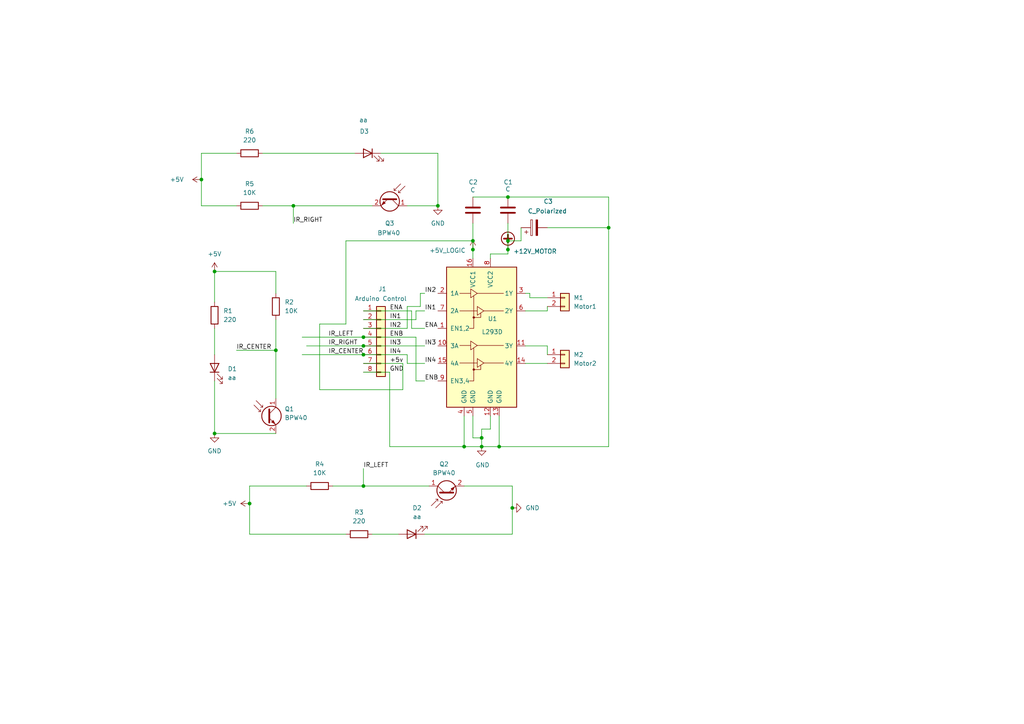
<source format=kicad_sch>
(kicad_sch
	(version 20250114)
	(generator "eeschema")
	(generator_version "9.0")
	(uuid "d4658a38-a769-4c68-bbe8-e705149da77d")
	(paper "A4")
	(lib_symbols
		(symbol "Connector_Generic:Conn_01x02"
			(pin_names
				(offset 1.016)
				(hide yes)
			)
			(exclude_from_sim no)
			(in_bom yes)
			(on_board yes)
			(property "Reference" "J"
				(at 0 2.54 0)
				(effects
					(font
						(size 1.27 1.27)
					)
				)
			)
			(property "Value" "Conn_01x02"
				(at 0 -5.08 0)
				(effects
					(font
						(size 1.27 1.27)
					)
				)
			)
			(property "Footprint" ""
				(at 0 0 0)
				(effects
					(font
						(size 1.27 1.27)
					)
					(hide yes)
				)
			)
			(property "Datasheet" "~"
				(at 0 0 0)
				(effects
					(font
						(size 1.27 1.27)
					)
					(hide yes)
				)
			)
			(property "Description" "Generic connector, single row, 01x02, script generated (kicad-library-utils/schlib/autogen/connector/)"
				(at 0 0 0)
				(effects
					(font
						(size 1.27 1.27)
					)
					(hide yes)
				)
			)
			(property "ki_keywords" "connector"
				(at 0 0 0)
				(effects
					(font
						(size 1.27 1.27)
					)
					(hide yes)
				)
			)
			(property "ki_fp_filters" "Connector*:*_1x??_*"
				(at 0 0 0)
				(effects
					(font
						(size 1.27 1.27)
					)
					(hide yes)
				)
			)
			(symbol "Conn_01x02_1_1"
				(rectangle
					(start -1.27 1.27)
					(end 1.27 -3.81)
					(stroke
						(width 0.254)
						(type default)
					)
					(fill
						(type background)
					)
				)
				(rectangle
					(start -1.27 0.127)
					(end 0 -0.127)
					(stroke
						(width 0.1524)
						(type default)
					)
					(fill
						(type none)
					)
				)
				(rectangle
					(start -1.27 -2.413)
					(end 0 -2.667)
					(stroke
						(width 0.1524)
						(type default)
					)
					(fill
						(type none)
					)
				)
				(pin passive line
					(at -5.08 0 0)
					(length 3.81)
					(name "Pin_1"
						(effects
							(font
								(size 1.27 1.27)
							)
						)
					)
					(number "1"
						(effects
							(font
								(size 1.27 1.27)
							)
						)
					)
				)
				(pin passive line
					(at -5.08 -2.54 0)
					(length 3.81)
					(name "Pin_2"
						(effects
							(font
								(size 1.27 1.27)
							)
						)
					)
					(number "2"
						(effects
							(font
								(size 1.27 1.27)
							)
						)
					)
				)
			)
			(embedded_fonts no)
		)
		(symbol "Connector_Generic:Conn_01x08"
			(pin_names
				(offset 1.016)
				(hide yes)
			)
			(exclude_from_sim no)
			(in_bom yes)
			(on_board yes)
			(property "Reference" "J"
				(at 0 10.16 0)
				(effects
					(font
						(size 1.27 1.27)
					)
				)
			)
			(property "Value" "Conn_01x08"
				(at 0 -12.7 0)
				(effects
					(font
						(size 1.27 1.27)
					)
				)
			)
			(property "Footprint" ""
				(at 0 0 0)
				(effects
					(font
						(size 1.27 1.27)
					)
					(hide yes)
				)
			)
			(property "Datasheet" "~"
				(at 0 0 0)
				(effects
					(font
						(size 1.27 1.27)
					)
					(hide yes)
				)
			)
			(property "Description" "Generic connector, single row, 01x08, script generated (kicad-library-utils/schlib/autogen/connector/)"
				(at 0 0 0)
				(effects
					(font
						(size 1.27 1.27)
					)
					(hide yes)
				)
			)
			(property "ki_keywords" "connector"
				(at 0 0 0)
				(effects
					(font
						(size 1.27 1.27)
					)
					(hide yes)
				)
			)
			(property "ki_fp_filters" "Connector*:*_1x??_*"
				(at 0 0 0)
				(effects
					(font
						(size 1.27 1.27)
					)
					(hide yes)
				)
			)
			(symbol "Conn_01x08_1_1"
				(rectangle
					(start -1.27 8.89)
					(end 1.27 -11.43)
					(stroke
						(width 0.254)
						(type default)
					)
					(fill
						(type background)
					)
				)
				(rectangle
					(start -1.27 7.747)
					(end 0 7.493)
					(stroke
						(width 0.1524)
						(type default)
					)
					(fill
						(type none)
					)
				)
				(rectangle
					(start -1.27 5.207)
					(end 0 4.953)
					(stroke
						(width 0.1524)
						(type default)
					)
					(fill
						(type none)
					)
				)
				(rectangle
					(start -1.27 2.667)
					(end 0 2.413)
					(stroke
						(width 0.1524)
						(type default)
					)
					(fill
						(type none)
					)
				)
				(rectangle
					(start -1.27 0.127)
					(end 0 -0.127)
					(stroke
						(width 0.1524)
						(type default)
					)
					(fill
						(type none)
					)
				)
				(rectangle
					(start -1.27 -2.413)
					(end 0 -2.667)
					(stroke
						(width 0.1524)
						(type default)
					)
					(fill
						(type none)
					)
				)
				(rectangle
					(start -1.27 -4.953)
					(end 0 -5.207)
					(stroke
						(width 0.1524)
						(type default)
					)
					(fill
						(type none)
					)
				)
				(rectangle
					(start -1.27 -7.493)
					(end 0 -7.747)
					(stroke
						(width 0.1524)
						(type default)
					)
					(fill
						(type none)
					)
				)
				(rectangle
					(start -1.27 -10.033)
					(end 0 -10.287)
					(stroke
						(width 0.1524)
						(type default)
					)
					(fill
						(type none)
					)
				)
				(pin passive line
					(at -5.08 7.62 0)
					(length 3.81)
					(name "Pin_1"
						(effects
							(font
								(size 1.27 1.27)
							)
						)
					)
					(number "1"
						(effects
							(font
								(size 1.27 1.27)
							)
						)
					)
				)
				(pin passive line
					(at -5.08 5.08 0)
					(length 3.81)
					(name "Pin_2"
						(effects
							(font
								(size 1.27 1.27)
							)
						)
					)
					(number "2"
						(effects
							(font
								(size 1.27 1.27)
							)
						)
					)
				)
				(pin passive line
					(at -5.08 2.54 0)
					(length 3.81)
					(name "Pin_3"
						(effects
							(font
								(size 1.27 1.27)
							)
						)
					)
					(number "3"
						(effects
							(font
								(size 1.27 1.27)
							)
						)
					)
				)
				(pin passive line
					(at -5.08 0 0)
					(length 3.81)
					(name "Pin_4"
						(effects
							(font
								(size 1.27 1.27)
							)
						)
					)
					(number "4"
						(effects
							(font
								(size 1.27 1.27)
							)
						)
					)
				)
				(pin passive line
					(at -5.08 -2.54 0)
					(length 3.81)
					(name "Pin_5"
						(effects
							(font
								(size 1.27 1.27)
							)
						)
					)
					(number "5"
						(effects
							(font
								(size 1.27 1.27)
							)
						)
					)
				)
				(pin passive line
					(at -5.08 -5.08 0)
					(length 3.81)
					(name "Pin_6"
						(effects
							(font
								(size 1.27 1.27)
							)
						)
					)
					(number "6"
						(effects
							(font
								(size 1.27 1.27)
							)
						)
					)
				)
				(pin passive line
					(at -5.08 -7.62 0)
					(length 3.81)
					(name "Pin_7"
						(effects
							(font
								(size 1.27 1.27)
							)
						)
					)
					(number "7"
						(effects
							(font
								(size 1.27 1.27)
							)
						)
					)
				)
				(pin passive line
					(at -5.08 -10.16 0)
					(length 3.81)
					(name "Pin_8"
						(effects
							(font
								(size 1.27 1.27)
							)
						)
					)
					(number "8"
						(effects
							(font
								(size 1.27 1.27)
							)
						)
					)
				)
			)
			(embedded_fonts no)
		)
		(symbol "Device:C"
			(pin_numbers
				(hide yes)
			)
			(pin_names
				(offset 0.254)
			)
			(exclude_from_sim no)
			(in_bom yes)
			(on_board yes)
			(property "Reference" "C"
				(at 0.635 2.54 0)
				(effects
					(font
						(size 1.27 1.27)
					)
					(justify left)
				)
			)
			(property "Value" "C"
				(at 0.635 -2.54 0)
				(effects
					(font
						(size 1.27 1.27)
					)
					(justify left)
				)
			)
			(property "Footprint" ""
				(at 0.9652 -3.81 0)
				(effects
					(font
						(size 1.27 1.27)
					)
					(hide yes)
				)
			)
			(property "Datasheet" "~"
				(at 0 0 0)
				(effects
					(font
						(size 1.27 1.27)
					)
					(hide yes)
				)
			)
			(property "Description" "Unpolarized capacitor"
				(at 0 0 0)
				(effects
					(font
						(size 1.27 1.27)
					)
					(hide yes)
				)
			)
			(property "ki_keywords" "cap capacitor"
				(at 0 0 0)
				(effects
					(font
						(size 1.27 1.27)
					)
					(hide yes)
				)
			)
			(property "ki_fp_filters" "C_*"
				(at 0 0 0)
				(effects
					(font
						(size 1.27 1.27)
					)
					(hide yes)
				)
			)
			(symbol "C_0_1"
				(polyline
					(pts
						(xy -2.032 0.762) (xy 2.032 0.762)
					)
					(stroke
						(width 0.508)
						(type default)
					)
					(fill
						(type none)
					)
				)
				(polyline
					(pts
						(xy -2.032 -0.762) (xy 2.032 -0.762)
					)
					(stroke
						(width 0.508)
						(type default)
					)
					(fill
						(type none)
					)
				)
			)
			(symbol "C_1_1"
				(pin passive line
					(at 0 3.81 270)
					(length 2.794)
					(name "~"
						(effects
							(font
								(size 1.27 1.27)
							)
						)
					)
					(number "1"
						(effects
							(font
								(size 1.27 1.27)
							)
						)
					)
				)
				(pin passive line
					(at 0 -3.81 90)
					(length 2.794)
					(name "~"
						(effects
							(font
								(size 1.27 1.27)
							)
						)
					)
					(number "2"
						(effects
							(font
								(size 1.27 1.27)
							)
						)
					)
				)
			)
			(embedded_fonts no)
		)
		(symbol "Device:C_Polarized"
			(pin_numbers
				(hide yes)
			)
			(pin_names
				(offset 0.254)
			)
			(exclude_from_sim no)
			(in_bom yes)
			(on_board yes)
			(property "Reference" "C"
				(at 0.635 2.54 0)
				(effects
					(font
						(size 1.27 1.27)
					)
					(justify left)
				)
			)
			(property "Value" "C_Polarized"
				(at 0.635 -2.54 0)
				(effects
					(font
						(size 1.27 1.27)
					)
					(justify left)
				)
			)
			(property "Footprint" ""
				(at 0.9652 -3.81 0)
				(effects
					(font
						(size 1.27 1.27)
					)
					(hide yes)
				)
			)
			(property "Datasheet" "~"
				(at 0 0 0)
				(effects
					(font
						(size 1.27 1.27)
					)
					(hide yes)
				)
			)
			(property "Description" "Polarized capacitor"
				(at 0 0 0)
				(effects
					(font
						(size 1.27 1.27)
					)
					(hide yes)
				)
			)
			(property "ki_keywords" "cap capacitor"
				(at 0 0 0)
				(effects
					(font
						(size 1.27 1.27)
					)
					(hide yes)
				)
			)
			(property "ki_fp_filters" "CP_*"
				(at 0 0 0)
				(effects
					(font
						(size 1.27 1.27)
					)
					(hide yes)
				)
			)
			(symbol "C_Polarized_0_1"
				(rectangle
					(start -2.286 0.508)
					(end 2.286 1.016)
					(stroke
						(width 0)
						(type default)
					)
					(fill
						(type none)
					)
				)
				(polyline
					(pts
						(xy -1.778 2.286) (xy -0.762 2.286)
					)
					(stroke
						(width 0)
						(type default)
					)
					(fill
						(type none)
					)
				)
				(polyline
					(pts
						(xy -1.27 2.794) (xy -1.27 1.778)
					)
					(stroke
						(width 0)
						(type default)
					)
					(fill
						(type none)
					)
				)
				(rectangle
					(start 2.286 -0.508)
					(end -2.286 -1.016)
					(stroke
						(width 0)
						(type default)
					)
					(fill
						(type outline)
					)
				)
			)
			(symbol "C_Polarized_1_1"
				(pin passive line
					(at 0 3.81 270)
					(length 2.794)
					(name "~"
						(effects
							(font
								(size 1.27 1.27)
							)
						)
					)
					(number "1"
						(effects
							(font
								(size 1.27 1.27)
							)
						)
					)
				)
				(pin passive line
					(at 0 -3.81 90)
					(length 2.794)
					(name "~"
						(effects
							(font
								(size 1.27 1.27)
							)
						)
					)
					(number "2"
						(effects
							(font
								(size 1.27 1.27)
							)
						)
					)
				)
			)
			(embedded_fonts no)
		)
		(symbol "Device:LED"
			(pin_numbers
				(hide yes)
			)
			(pin_names
				(offset 1.016)
				(hide yes)
			)
			(exclude_from_sim no)
			(in_bom yes)
			(on_board yes)
			(property "Reference" "D"
				(at 0 2.54 0)
				(effects
					(font
						(size 1.27 1.27)
					)
				)
			)
			(property "Value" "LED"
				(at 0 -2.54 0)
				(effects
					(font
						(size 1.27 1.27)
					)
				)
			)
			(property "Footprint" ""
				(at 0 0 0)
				(effects
					(font
						(size 1.27 1.27)
					)
					(hide yes)
				)
			)
			(property "Datasheet" "~"
				(at 0 0 0)
				(effects
					(font
						(size 1.27 1.27)
					)
					(hide yes)
				)
			)
			(property "Description" "Light emitting diode"
				(at 0 0 0)
				(effects
					(font
						(size 1.27 1.27)
					)
					(hide yes)
				)
			)
			(property "Sim.Pins" "1=K 2=A"
				(at 0 0 0)
				(effects
					(font
						(size 1.27 1.27)
					)
					(hide yes)
				)
			)
			(property "ki_keywords" "LED diode"
				(at 0 0 0)
				(effects
					(font
						(size 1.27 1.27)
					)
					(hide yes)
				)
			)
			(property "ki_fp_filters" "LED* LED_SMD:* LED_THT:*"
				(at 0 0 0)
				(effects
					(font
						(size 1.27 1.27)
					)
					(hide yes)
				)
			)
			(symbol "LED_0_1"
				(polyline
					(pts
						(xy -3.048 -0.762) (xy -4.572 -2.286) (xy -3.81 -2.286) (xy -4.572 -2.286) (xy -4.572 -1.524)
					)
					(stroke
						(width 0)
						(type default)
					)
					(fill
						(type none)
					)
				)
				(polyline
					(pts
						(xy -1.778 -0.762) (xy -3.302 -2.286) (xy -2.54 -2.286) (xy -3.302 -2.286) (xy -3.302 -1.524)
					)
					(stroke
						(width 0)
						(type default)
					)
					(fill
						(type none)
					)
				)
				(polyline
					(pts
						(xy -1.27 0) (xy 1.27 0)
					)
					(stroke
						(width 0)
						(type default)
					)
					(fill
						(type none)
					)
				)
				(polyline
					(pts
						(xy -1.27 -1.27) (xy -1.27 1.27)
					)
					(stroke
						(width 0.254)
						(type default)
					)
					(fill
						(type none)
					)
				)
				(polyline
					(pts
						(xy 1.27 -1.27) (xy 1.27 1.27) (xy -1.27 0) (xy 1.27 -1.27)
					)
					(stroke
						(width 0.254)
						(type default)
					)
					(fill
						(type none)
					)
				)
			)
			(symbol "LED_1_1"
				(pin passive line
					(at -3.81 0 0)
					(length 2.54)
					(name "K"
						(effects
							(font
								(size 1.27 1.27)
							)
						)
					)
					(number "1"
						(effects
							(font
								(size 1.27 1.27)
							)
						)
					)
				)
				(pin passive line
					(at 3.81 0 180)
					(length 2.54)
					(name "A"
						(effects
							(font
								(size 1.27 1.27)
							)
						)
					)
					(number "2"
						(effects
							(font
								(size 1.27 1.27)
							)
						)
					)
				)
			)
			(embedded_fonts no)
		)
		(symbol "Device:R"
			(pin_numbers
				(hide yes)
			)
			(pin_names
				(offset 0)
			)
			(exclude_from_sim no)
			(in_bom yes)
			(on_board yes)
			(property "Reference" "R"
				(at 2.032 0 90)
				(effects
					(font
						(size 1.27 1.27)
					)
				)
			)
			(property "Value" "R"
				(at 0 0 90)
				(effects
					(font
						(size 1.27 1.27)
					)
				)
			)
			(property "Footprint" ""
				(at -1.778 0 90)
				(effects
					(font
						(size 1.27 1.27)
					)
					(hide yes)
				)
			)
			(property "Datasheet" "~"
				(at 0 0 0)
				(effects
					(font
						(size 1.27 1.27)
					)
					(hide yes)
				)
			)
			(property "Description" "Resistor"
				(at 0 0 0)
				(effects
					(font
						(size 1.27 1.27)
					)
					(hide yes)
				)
			)
			(property "ki_keywords" "R res resistor"
				(at 0 0 0)
				(effects
					(font
						(size 1.27 1.27)
					)
					(hide yes)
				)
			)
			(property "ki_fp_filters" "R_*"
				(at 0 0 0)
				(effects
					(font
						(size 1.27 1.27)
					)
					(hide yes)
				)
			)
			(symbol "R_0_1"
				(rectangle
					(start -1.016 -2.54)
					(end 1.016 2.54)
					(stroke
						(width 0.254)
						(type default)
					)
					(fill
						(type none)
					)
				)
			)
			(symbol "R_1_1"
				(pin passive line
					(at 0 3.81 270)
					(length 1.27)
					(name "~"
						(effects
							(font
								(size 1.27 1.27)
							)
						)
					)
					(number "1"
						(effects
							(font
								(size 1.27 1.27)
							)
						)
					)
				)
				(pin passive line
					(at 0 -3.81 90)
					(length 1.27)
					(name "~"
						(effects
							(font
								(size 1.27 1.27)
							)
						)
					)
					(number "2"
						(effects
							(font
								(size 1.27 1.27)
							)
						)
					)
				)
			)
			(embedded_fonts no)
		)
		(symbol "Driver_Motor:L293D"
			(pin_names
				(offset 1.016)
			)
			(exclude_from_sim no)
			(in_bom yes)
			(on_board yes)
			(property "Reference" "U"
				(at -5.08 26.035 0)
				(effects
					(font
						(size 1.27 1.27)
					)
					(justify right)
				)
			)
			(property "Value" "L293D"
				(at -5.08 24.13 0)
				(effects
					(font
						(size 1.27 1.27)
					)
					(justify right)
				)
			)
			(property "Footprint" "Package_DIP:DIP-16_W7.62mm"
				(at 6.35 -19.05 0)
				(effects
					(font
						(size 1.27 1.27)
					)
					(justify left)
					(hide yes)
				)
			)
			(property "Datasheet" "http://www.ti.com/lit/ds/symlink/l293.pdf"
				(at -7.62 17.78 0)
				(effects
					(font
						(size 1.27 1.27)
					)
					(hide yes)
				)
			)
			(property "Description" "Quadruple Half-H Drivers"
				(at 0 0 0)
				(effects
					(font
						(size 1.27 1.27)
					)
					(hide yes)
				)
			)
			(property "ki_keywords" "Half-H Driver Motor"
				(at 0 0 0)
				(effects
					(font
						(size 1.27 1.27)
					)
					(hide yes)
				)
			)
			(property "ki_fp_filters" "DIP*W7.62mm*"
				(at 0 0 0)
				(effects
					(font
						(size 1.27 1.27)
					)
					(hide yes)
				)
			)
			(symbol "L293D_0_1"
				(rectangle
					(start -10.16 22.86)
					(end 10.16 -17.78)
					(stroke
						(width 0.254)
						(type default)
					)
					(fill
						(type background)
					)
				)
				(polyline
					(pts
						(xy -6.35 15.24) (xy -3.175 15.24)
					)
					(stroke
						(width 0)
						(type default)
					)
					(fill
						(type none)
					)
				)
				(polyline
					(pts
						(xy -6.35 10.16) (xy -1.27 10.16)
					)
					(stroke
						(width 0)
						(type default)
					)
					(fill
						(type none)
					)
				)
				(polyline
					(pts
						(xy -6.35 0.127) (xy -3.175 0.127)
					)
					(stroke
						(width 0)
						(type default)
					)
					(fill
						(type none)
					)
				)
				(polyline
					(pts
						(xy -6.35 -4.953) (xy -1.27 -4.953)
					)
					(stroke
						(width 0)
						(type default)
					)
					(fill
						(type none)
					)
				)
				(polyline
					(pts
						(xy -3.175 16.51) (xy -3.175 13.97) (xy -1.27 15.24) (xy -3.175 16.51)
					)
					(stroke
						(width 0)
						(type default)
					)
					(fill
						(type none)
					)
				)
				(polyline
					(pts
						(xy -3.175 1.397) (xy -3.175 -1.143) (xy -1.27 0.127) (xy -3.175 1.397)
					)
					(stroke
						(width 0)
						(type default)
					)
					(fill
						(type none)
					)
				)
				(polyline
					(pts
						(xy -2.286 14.478) (xy -2.286 5.08) (xy -3.556 5.08)
					)
					(stroke
						(width 0)
						(type default)
					)
					(fill
						(type none)
					)
				)
				(circle
					(center -2.286 8.255)
					(radius 0.254)
					(stroke
						(width 0)
						(type default)
					)
					(fill
						(type outline)
					)
				)
				(polyline
					(pts
						(xy -2.286 8.255) (xy -0.254 8.255) (xy -0.254 9.525)
					)
					(stroke
						(width 0)
						(type default)
					)
					(fill
						(type none)
					)
				)
				(polyline
					(pts
						(xy -2.286 -0.635) (xy -2.286 -10.16) (xy -3.556 -10.16)
					)
					(stroke
						(width 0)
						(type default)
					)
					(fill
						(type none)
					)
				)
				(circle
					(center -2.286 -6.858)
					(radius 0.254)
					(stroke
						(width 0)
						(type default)
					)
					(fill
						(type outline)
					)
				)
				(polyline
					(pts
						(xy -2.286 -6.858) (xy -0.254 -6.858) (xy -0.254 -5.588)
					)
					(stroke
						(width 0)
						(type default)
					)
					(fill
						(type none)
					)
				)
				(polyline
					(pts
						(xy -1.27 15.24) (xy 6.35 15.24)
					)
					(stroke
						(width 0)
						(type default)
					)
					(fill
						(type none)
					)
				)
				(polyline
					(pts
						(xy -1.27 11.43) (xy -1.27 8.89) (xy 0.635 10.16) (xy -1.27 11.43)
					)
					(stroke
						(width 0)
						(type default)
					)
					(fill
						(type none)
					)
				)
				(polyline
					(pts
						(xy -1.27 0.127) (xy 6.35 0.127)
					)
					(stroke
						(width 0)
						(type default)
					)
					(fill
						(type none)
					)
				)
				(polyline
					(pts
						(xy -1.27 -3.683) (xy -1.27 -6.223) (xy 0.635 -4.953) (xy -1.27 -3.683)
					)
					(stroke
						(width 0)
						(type default)
					)
					(fill
						(type none)
					)
				)
				(polyline
					(pts
						(xy 0.635 10.16) (xy 6.35 10.16)
					)
					(stroke
						(width 0)
						(type default)
					)
					(fill
						(type none)
					)
				)
				(polyline
					(pts
						(xy 0.635 -4.953) (xy 6.35 -4.953)
					)
					(stroke
						(width 0)
						(type default)
					)
					(fill
						(type none)
					)
				)
			)
			(symbol "L293D_1_1"
				(pin input line
					(at -12.7 15.24 0)
					(length 2.54)
					(name "1A"
						(effects
							(font
								(size 1.27 1.27)
							)
						)
					)
					(number "2"
						(effects
							(font
								(size 1.27 1.27)
							)
						)
					)
				)
				(pin input line
					(at -12.7 10.16 0)
					(length 2.54)
					(name "2A"
						(effects
							(font
								(size 1.27 1.27)
							)
						)
					)
					(number "7"
						(effects
							(font
								(size 1.27 1.27)
							)
						)
					)
				)
				(pin input line
					(at -12.7 5.08 0)
					(length 2.54)
					(name "EN1,2"
						(effects
							(font
								(size 1.27 1.27)
							)
						)
					)
					(number "1"
						(effects
							(font
								(size 1.27 1.27)
							)
						)
					)
				)
				(pin input line
					(at -12.7 0 0)
					(length 2.54)
					(name "3A"
						(effects
							(font
								(size 1.27 1.27)
							)
						)
					)
					(number "10"
						(effects
							(font
								(size 1.27 1.27)
							)
						)
					)
				)
				(pin input line
					(at -12.7 -5.08 0)
					(length 2.54)
					(name "4A"
						(effects
							(font
								(size 1.27 1.27)
							)
						)
					)
					(number "15"
						(effects
							(font
								(size 1.27 1.27)
							)
						)
					)
				)
				(pin input line
					(at -12.7 -10.16 0)
					(length 2.54)
					(name "EN3,4"
						(effects
							(font
								(size 1.27 1.27)
							)
						)
					)
					(number "9"
						(effects
							(font
								(size 1.27 1.27)
							)
						)
					)
				)
				(pin power_in line
					(at -5.08 -20.32 90)
					(length 2.54)
					(name "GND"
						(effects
							(font
								(size 1.27 1.27)
							)
						)
					)
					(number "4"
						(effects
							(font
								(size 1.27 1.27)
							)
						)
					)
				)
				(pin power_in line
					(at -2.54 25.4 270)
					(length 2.54)
					(name "VCC1"
						(effects
							(font
								(size 1.27 1.27)
							)
						)
					)
					(number "16"
						(effects
							(font
								(size 1.27 1.27)
							)
						)
					)
				)
				(pin power_in line
					(at -2.54 -20.32 90)
					(length 2.54)
					(name "GND"
						(effects
							(font
								(size 1.27 1.27)
							)
						)
					)
					(number "5"
						(effects
							(font
								(size 1.27 1.27)
							)
						)
					)
				)
				(pin power_in line
					(at 2.54 25.4 270)
					(length 2.54)
					(name "VCC2"
						(effects
							(font
								(size 1.27 1.27)
							)
						)
					)
					(number "8"
						(effects
							(font
								(size 1.27 1.27)
							)
						)
					)
				)
				(pin power_in line
					(at 2.54 -20.32 90)
					(length 2.54)
					(name "GND"
						(effects
							(font
								(size 1.27 1.27)
							)
						)
					)
					(number "12"
						(effects
							(font
								(size 1.27 1.27)
							)
						)
					)
				)
				(pin power_in line
					(at 5.08 -20.32 90)
					(length 2.54)
					(name "GND"
						(effects
							(font
								(size 1.27 1.27)
							)
						)
					)
					(number "13"
						(effects
							(font
								(size 1.27 1.27)
							)
						)
					)
				)
				(pin output line
					(at 12.7 15.24 180)
					(length 2.54)
					(name "1Y"
						(effects
							(font
								(size 1.27 1.27)
							)
						)
					)
					(number "3"
						(effects
							(font
								(size 1.27 1.27)
							)
						)
					)
				)
				(pin output line
					(at 12.7 10.16 180)
					(length 2.54)
					(name "2Y"
						(effects
							(font
								(size 1.27 1.27)
							)
						)
					)
					(number "6"
						(effects
							(font
								(size 1.27 1.27)
							)
						)
					)
				)
				(pin output line
					(at 12.7 0 180)
					(length 2.54)
					(name "3Y"
						(effects
							(font
								(size 1.27 1.27)
							)
						)
					)
					(number "11"
						(effects
							(font
								(size 1.27 1.27)
							)
						)
					)
				)
				(pin output line
					(at 12.7 -5.08 180)
					(length 2.54)
					(name "4Y"
						(effects
							(font
								(size 1.27 1.27)
							)
						)
					)
					(number "14"
						(effects
							(font
								(size 1.27 1.27)
							)
						)
					)
				)
			)
			(embedded_fonts no)
		)
		(symbol "Sensor_Optical:BPW40"
			(pin_names
				(offset 0)
				(hide yes)
			)
			(exclude_from_sim no)
			(in_bom yes)
			(on_board yes)
			(property "Reference" "Q"
				(at 5.08 1.27 0)
				(effects
					(font
						(size 1.27 1.27)
					)
					(justify left)
				)
			)
			(property "Value" "BPW40"
				(at 5.08 -1.27 0)
				(effects
					(font
						(size 1.27 1.27)
					)
					(justify left)
				)
			)
			(property "Footprint" "LED_THT:LED_D5.0mm_Clear"
				(at 12.192 -3.556 0)
				(effects
					(font
						(size 1.27 1.27)
					)
					(hide yes)
				)
			)
			(property "Datasheet" "https://www.rcscomponents.kiev.ua/datasheets/bpw40.pdf"
				(at 0 0 0)
				(effects
					(font
						(size 1.27 1.27)
					)
					(hide yes)
				)
			)
			(property "Description" "Phototransistor NPN"
				(at 0 0 0)
				(effects
					(font
						(size 1.27 1.27)
					)
					(hide yes)
				)
			)
			(property "ki_keywords" "npn phototransistor"
				(at 0 0 0)
				(effects
					(font
						(size 1.27 1.27)
					)
					(hide yes)
				)
			)
			(property "ki_fp_filters" "LED*D5.0mm*Clear*"
				(at 0 0 0)
				(effects
					(font
						(size 1.27 1.27)
					)
					(hide yes)
				)
			)
			(symbol "BPW40_0_1"
				(polyline
					(pts
						(xy -3.81 3.175) (xy -1.905 1.27) (xy -1.905 1.905)
					)
					(stroke
						(width 0)
						(type default)
					)
					(fill
						(type none)
					)
				)
				(polyline
					(pts
						(xy -3.175 4.445) (xy -1.27 2.54) (xy -1.27 3.175)
					)
					(stroke
						(width 0)
						(type default)
					)
					(fill
						(type none)
					)
				)
				(polyline
					(pts
						(xy -1.905 1.27) (xy -2.54 1.27)
					)
					(stroke
						(width 0)
						(type default)
					)
					(fill
						(type none)
					)
				)
				(polyline
					(pts
						(xy -1.27 2.54) (xy -1.905 2.54)
					)
					(stroke
						(width 0)
						(type default)
					)
					(fill
						(type none)
					)
				)
				(polyline
					(pts
						(xy 0.635 1.905) (xy 0.635 -1.905)
					)
					(stroke
						(width 0.508)
						(type default)
					)
					(fill
						(type none)
					)
				)
				(polyline
					(pts
						(xy 0.635 0.635) (xy 2.54 2.54)
					)
					(stroke
						(width 0)
						(type default)
					)
					(fill
						(type none)
					)
				)
				(polyline
					(pts
						(xy 0.635 -0.635) (xy 2.54 -2.54)
					)
					(stroke
						(width 0)
						(type default)
					)
					(fill
						(type none)
					)
				)
				(circle
					(center 1.27 0)
					(radius 2.8194)
					(stroke
						(width 0.254)
						(type default)
					)
					(fill
						(type none)
					)
				)
				(polyline
					(pts
						(xy 1.27 -1.778) (xy 1.778 -1.27) (xy 2.286 -2.286) (xy 1.27 -1.778)
					)
					(stroke
						(width 0)
						(type default)
					)
					(fill
						(type outline)
					)
				)
			)
			(symbol "BPW40_1_1"
				(pin passive line
					(at 2.54 5.08 270)
					(length 2.54)
					(name "C"
						(effects
							(font
								(size 1.27 1.27)
							)
						)
					)
					(number "1"
						(effects
							(font
								(size 1.27 1.27)
							)
						)
					)
				)
				(pin passive line
					(at 2.54 -5.08 90)
					(length 2.54)
					(name "E"
						(effects
							(font
								(size 1.27 1.27)
							)
						)
					)
					(number "2"
						(effects
							(font
								(size 1.27 1.27)
							)
						)
					)
				)
			)
			(embedded_fonts no)
		)
		(symbol "power:+5V"
			(power)
			(pin_numbers
				(hide yes)
			)
			(pin_names
				(offset 0)
				(hide yes)
			)
			(exclude_from_sim no)
			(in_bom yes)
			(on_board yes)
			(property "Reference" "#PWR"
				(at 0 -3.81 0)
				(effects
					(font
						(size 1.27 1.27)
					)
					(hide yes)
				)
			)
			(property "Value" "+5V"
				(at 0 3.556 0)
				(effects
					(font
						(size 1.27 1.27)
					)
				)
			)
			(property "Footprint" ""
				(at 0 0 0)
				(effects
					(font
						(size 1.27 1.27)
					)
					(hide yes)
				)
			)
			(property "Datasheet" ""
				(at 0 0 0)
				(effects
					(font
						(size 1.27 1.27)
					)
					(hide yes)
				)
			)
			(property "Description" "Power symbol creates a global label with name \"+5V\""
				(at 0 0 0)
				(effects
					(font
						(size 1.27 1.27)
					)
					(hide yes)
				)
			)
			(property "ki_keywords" "global power"
				(at 0 0 0)
				(effects
					(font
						(size 1.27 1.27)
					)
					(hide yes)
				)
			)
			(symbol "+5V_0_1"
				(polyline
					(pts
						(xy -0.762 1.27) (xy 0 2.54)
					)
					(stroke
						(width 0)
						(type default)
					)
					(fill
						(type none)
					)
				)
				(polyline
					(pts
						(xy 0 2.54) (xy 0.762 1.27)
					)
					(stroke
						(width 0)
						(type default)
					)
					(fill
						(type none)
					)
				)
				(polyline
					(pts
						(xy 0 0) (xy 0 2.54)
					)
					(stroke
						(width 0)
						(type default)
					)
					(fill
						(type none)
					)
				)
			)
			(symbol "+5V_1_1"
				(pin power_in line
					(at 0 0 90)
					(length 0)
					(name "~"
						(effects
							(font
								(size 1.27 1.27)
							)
						)
					)
					(number "1"
						(effects
							(font
								(size 1.27 1.27)
							)
						)
					)
				)
			)
			(embedded_fonts no)
		)
		(symbol "power:+VDC"
			(power)
			(pin_numbers
				(hide yes)
			)
			(pin_names
				(offset 0)
				(hide yes)
			)
			(exclude_from_sim no)
			(in_bom yes)
			(on_board yes)
			(property "Reference" "#PWR"
				(at 0 -2.54 0)
				(effects
					(font
						(size 1.27 1.27)
					)
					(hide yes)
				)
			)
			(property "Value" "+VDC"
				(at 0 6.35 0)
				(effects
					(font
						(size 1.27 1.27)
					)
				)
			)
			(property "Footprint" ""
				(at 0 0 0)
				(effects
					(font
						(size 1.27 1.27)
					)
					(hide yes)
				)
			)
			(property "Datasheet" ""
				(at 0 0 0)
				(effects
					(font
						(size 1.27 1.27)
					)
					(hide yes)
				)
			)
			(property "Description" "Power symbol creates a global label with name \"+VDC\""
				(at 0 0 0)
				(effects
					(font
						(size 1.27 1.27)
					)
					(hide yes)
				)
			)
			(property "ki_keywords" "global power"
				(at 0 0 0)
				(effects
					(font
						(size 1.27 1.27)
					)
					(hide yes)
				)
			)
			(symbol "+VDC_0_1"
				(polyline
					(pts
						(xy -1.143 3.175) (xy 1.143 3.175)
					)
					(stroke
						(width 0.508)
						(type default)
					)
					(fill
						(type none)
					)
				)
				(circle
					(center 0 3.175)
					(radius 1.905)
					(stroke
						(width 0.254)
						(type default)
					)
					(fill
						(type none)
					)
				)
				(polyline
					(pts
						(xy 0 2.032) (xy 0 4.318)
					)
					(stroke
						(width 0.508)
						(type default)
					)
					(fill
						(type none)
					)
				)
				(polyline
					(pts
						(xy 0 0) (xy 0 1.27)
					)
					(stroke
						(width 0)
						(type default)
					)
					(fill
						(type none)
					)
				)
			)
			(symbol "+VDC_1_1"
				(pin power_in line
					(at 0 0 90)
					(length 0)
					(name "~"
						(effects
							(font
								(size 1.27 1.27)
							)
						)
					)
					(number "1"
						(effects
							(font
								(size 1.27 1.27)
							)
						)
					)
				)
			)
			(embedded_fonts no)
		)
		(symbol "power:GND"
			(power)
			(pin_numbers
				(hide yes)
			)
			(pin_names
				(offset 0)
				(hide yes)
			)
			(exclude_from_sim no)
			(in_bom yes)
			(on_board yes)
			(property "Reference" "#PWR"
				(at 0 -6.35 0)
				(effects
					(font
						(size 1.27 1.27)
					)
					(hide yes)
				)
			)
			(property "Value" "GND"
				(at 0 -3.81 0)
				(effects
					(font
						(size 1.27 1.27)
					)
				)
			)
			(property "Footprint" ""
				(at 0 0 0)
				(effects
					(font
						(size 1.27 1.27)
					)
					(hide yes)
				)
			)
			(property "Datasheet" ""
				(at 0 0 0)
				(effects
					(font
						(size 1.27 1.27)
					)
					(hide yes)
				)
			)
			(property "Description" "Power symbol creates a global label with name \"GND\" , ground"
				(at 0 0 0)
				(effects
					(font
						(size 1.27 1.27)
					)
					(hide yes)
				)
			)
			(property "ki_keywords" "global power"
				(at 0 0 0)
				(effects
					(font
						(size 1.27 1.27)
					)
					(hide yes)
				)
			)
			(symbol "GND_0_1"
				(polyline
					(pts
						(xy 0 0) (xy 0 -1.27) (xy 1.27 -1.27) (xy 0 -2.54) (xy -1.27 -1.27) (xy 0 -1.27)
					)
					(stroke
						(width 0)
						(type default)
					)
					(fill
						(type none)
					)
				)
			)
			(symbol "GND_1_1"
				(pin power_in line
					(at 0 0 270)
					(length 0)
					(name "~"
						(effects
							(font
								(size 1.27 1.27)
							)
						)
					)
					(number "1"
						(effects
							(font
								(size 1.27 1.27)
							)
						)
					)
				)
			)
			(embedded_fonts no)
		)
	)
	(junction
		(at 80.01 101.6)
		(diameter 0)
		(color 0 0 0 0)
		(uuid "1534f8d1-4928-4d6b-89b4-a6fcf2f94274")
	)
	(junction
		(at 85.09 59.69)
		(diameter 0)
		(color 0 0 0 0)
		(uuid "1e31e6d4-575d-4de5-9f89-4a57fbd01a1d")
	)
	(junction
		(at 134.62 129.54)
		(diameter 0)
		(color 0 0 0 0)
		(uuid "3005535d-6e65-4921-b823-76ee4a60f15f")
	)
	(junction
		(at 147.32 72.39)
		(diameter 0)
		(color 0 0 0 0)
		(uuid "3abc6a47-9c8a-4d05-b392-af53b665cb64")
	)
	(junction
		(at 105.41 100.33)
		(diameter 0)
		(color 0 0 0 0)
		(uuid "419435cb-cadf-4d0d-b597-aad5f2cc8d6a")
	)
	(junction
		(at 148.59 147.32)
		(diameter 0)
		(color 0 0 0 0)
		(uuid "508489c2-7d09-43b7-a209-9d377a691777")
	)
	(junction
		(at 147.32 57.15)
		(diameter 0)
		(color 0 0 0 0)
		(uuid "50db6b08-5597-4fc1-9743-4f9ca773a167")
	)
	(junction
		(at 139.7 127)
		(diameter 0)
		(color 0 0 0 0)
		(uuid "5af1dfe4-0181-4092-9081-9a4b6e080ed7")
	)
	(junction
		(at 105.41 102.87)
		(diameter 0)
		(color 0 0 0 0)
		(uuid "5dd15740-016e-4e56-a33f-b886829dbb6d")
	)
	(junction
		(at 144.78 129.54)
		(diameter 0)
		(color 0 0 0 0)
		(uuid "80b50cbb-c203-40f4-a87d-2afa80337e9f")
	)
	(junction
		(at 139.7 129.54)
		(diameter 0)
		(color 0 0 0 0)
		(uuid "814f4446-dfa8-44a7-a7a5-294502a978af")
	)
	(junction
		(at 127 59.69)
		(diameter 0)
		(color 0 0 0 0)
		(uuid "822d6666-6df4-435d-a499-c4e12ad154c1")
	)
	(junction
		(at 62.23 78.74)
		(diameter 0)
		(color 0 0 0 0)
		(uuid "857d9890-d0e2-403b-9c64-89ad4c93b12a")
	)
	(junction
		(at 72.39 146.05)
		(diameter 0)
		(color 0 0 0 0)
		(uuid "9a8e5360-2958-410e-8de1-5543b8c57809")
	)
	(junction
		(at 62.23 125.73)
		(diameter 0)
		(color 0 0 0 0)
		(uuid "b6d7c79e-8045-44fd-98e0-026c2ebbf866")
	)
	(junction
		(at 137.16 72.39)
		(diameter 0)
		(color 0 0 0 0)
		(uuid "b96fb525-68e6-417b-987c-2ecadd82e091")
	)
	(junction
		(at 176.53 66.04)
		(diameter 0)
		(color 0 0 0 0)
		(uuid "cae71974-892f-4ab2-a44c-5a2517935ce0")
	)
	(junction
		(at 105.41 140.97)
		(diameter 0)
		(color 0 0 0 0)
		(uuid "ce34351f-a5b6-46bd-ac2e-7d1956a45008")
	)
	(junction
		(at 58.42 52.07)
		(diameter 0)
		(color 0 0 0 0)
		(uuid "cf4fbbd5-c9d1-466e-9a83-0b6028959ac3")
	)
	(junction
		(at 137.16 69.85)
		(diameter 0)
		(color 0 0 0 0)
		(uuid "de4d668a-2f16-48a9-b1b7-f8cc2cb1f2b3")
	)
	(junction
		(at 105.41 97.79)
		(diameter 0)
		(color 0 0 0 0)
		(uuid "f4fb29fc-3a0a-404f-baba-201c0bd36428")
	)
	(junction
		(at 147.32 69.85)
		(diameter 0)
		(color 0 0 0 0)
		(uuid "f9ca82d6-c013-4039-99e2-96fde63d28d5")
	)
	(wire
		(pts
			(xy 87.63 97.79) (xy 105.41 97.79)
		)
		(stroke
			(width 0)
			(type default)
		)
		(uuid "0042cc20-8ac2-4332-ae39-158dbe59c810")
	)
	(wire
		(pts
			(xy 142.24 73.66) (xy 142.24 74.93)
		)
		(stroke
			(width 0)
			(type default)
		)
		(uuid "0074f15a-3725-4e44-a2ce-715559f6d390")
	)
	(wire
		(pts
			(xy 100.33 69.85) (xy 137.16 69.85)
		)
		(stroke
			(width 0)
			(type default)
		)
		(uuid "022ff9c4-398c-4ace-b53f-58b71a5ec0c1")
	)
	(wire
		(pts
			(xy 80.01 85.09) (xy 80.01 78.74)
		)
		(stroke
			(width 0)
			(type default)
		)
		(uuid "044199d4-d856-4479-9d79-f966c0540641")
	)
	(wire
		(pts
			(xy 139.7 129.54) (xy 144.78 129.54)
		)
		(stroke
			(width 0)
			(type default)
		)
		(uuid "0622b292-859d-42ca-962b-73f0b754a180")
	)
	(wire
		(pts
			(xy 85.09 59.69) (xy 107.95 59.69)
		)
		(stroke
			(width 0)
			(type default)
		)
		(uuid "0938afa3-0db9-4a73-96da-a13fec3abb28")
	)
	(wire
		(pts
			(xy 119.38 95.25) (xy 123.19 95.25)
		)
		(stroke
			(width 0)
			(type default)
		)
		(uuid "0a55c5fe-5a91-4164-ac90-813920005fc1")
	)
	(wire
		(pts
			(xy 118.11 105.41) (xy 123.19 105.41)
		)
		(stroke
			(width 0)
			(type default)
		)
		(uuid "0ca8689f-fc63-4ba5-b45b-2da71f6f1483")
	)
	(wire
		(pts
			(xy 153.67 85.09) (xy 152.4 85.09)
		)
		(stroke
			(width 0)
			(type default)
		)
		(uuid "0e055a37-90a2-459c-bbd6-1d9cce7a6eec")
	)
	(wire
		(pts
			(xy 137.16 127) (xy 139.7 127)
		)
		(stroke
			(width 0)
			(type default)
		)
		(uuid "100d9e17-b76a-4db7-8150-5668e6242de0")
	)
	(wire
		(pts
			(xy 134.62 120.65) (xy 134.62 129.54)
		)
		(stroke
			(width 0)
			(type default)
		)
		(uuid "130b01e8-3e55-487a-bdaf-1308e34f311d")
	)
	(wire
		(pts
			(xy 96.52 140.97) (xy 105.41 140.97)
		)
		(stroke
			(width 0)
			(type default)
		)
		(uuid "13b539a3-1d91-43cc-bf8a-2420b47c7bca")
	)
	(wire
		(pts
			(xy 120.65 110.49) (xy 123.19 110.49)
		)
		(stroke
			(width 0)
			(type default)
		)
		(uuid "15cc785e-f0a8-402a-a388-06de3c48ea82")
	)
	(wire
		(pts
			(xy 113.03 129.54) (xy 134.62 129.54)
		)
		(stroke
			(width 0)
			(type default)
		)
		(uuid "19fbcd87-1c91-4633-921a-c730434ec641")
	)
	(wire
		(pts
			(xy 88.9 100.33) (xy 105.41 100.33)
		)
		(stroke
			(width 0)
			(type default)
		)
		(uuid "1c0066ac-adba-46f4-ac51-484df0a22a92")
	)
	(wire
		(pts
			(xy 153.67 86.36) (xy 153.67 85.09)
		)
		(stroke
			(width 0)
			(type default)
		)
		(uuid "2421b545-3b03-4bd7-81eb-0b792b51affe")
	)
	(wire
		(pts
			(xy 120.65 90.17) (xy 123.19 90.17)
		)
		(stroke
			(width 0)
			(type default)
		)
		(uuid "2644cf80-b823-4b90-ac54-c96b96fcefbb")
	)
	(wire
		(pts
			(xy 116.84 105.41) (xy 116.84 113.03)
		)
		(stroke
			(width 0)
			(type default)
		)
		(uuid "289b9ae1-1d13-49e6-86e0-44397e74fbbf")
	)
	(wire
		(pts
			(xy 139.7 124.46) (xy 139.7 127)
		)
		(stroke
			(width 0)
			(type default)
		)
		(uuid "2bbc9819-f646-4ca1-99b7-7f9d3543b00a")
	)
	(wire
		(pts
			(xy 113.03 107.95) (xy 113.03 129.54)
		)
		(stroke
			(width 0)
			(type default)
		)
		(uuid "2cb51e4a-ecd9-457b-9d53-4e2bc25512d1")
	)
	(wire
		(pts
			(xy 80.01 92.71) (xy 80.01 101.6)
		)
		(stroke
			(width 0)
			(type default)
		)
		(uuid "301c3393-03cb-41b3-9176-f2aee2a7d7cc")
	)
	(wire
		(pts
			(xy 105.41 100.33) (xy 123.19 100.33)
		)
		(stroke
			(width 0)
			(type default)
		)
		(uuid "33682202-bfd7-4f00-b926-a56800686de7")
	)
	(wire
		(pts
			(xy 105.41 95.25) (xy 118.11 95.25)
		)
		(stroke
			(width 0)
			(type default)
		)
		(uuid "353c3049-1cfd-4d89-b1e8-7ac8af817b6c")
	)
	(wire
		(pts
			(xy 105.41 97.79) (xy 120.65 97.79)
		)
		(stroke
			(width 0)
			(type default)
		)
		(uuid "38bba671-c1dd-4672-a098-cb08ebd5a371")
	)
	(wire
		(pts
			(xy 105.41 135.89) (xy 105.41 140.97)
		)
		(stroke
			(width 0)
			(type default)
		)
		(uuid "39c9b6c7-ed07-4c84-b949-728352c3c614")
	)
	(wire
		(pts
			(xy 72.39 140.97) (xy 88.9 140.97)
		)
		(stroke
			(width 0)
			(type default)
		)
		(uuid "3d222cd0-9f58-40e7-aa5c-c0088fc54c55")
	)
	(wire
		(pts
			(xy 139.7 127) (xy 139.7 129.54)
		)
		(stroke
			(width 0)
			(type default)
		)
		(uuid "43f2639d-ee52-4f96-ae86-0f689750e140")
	)
	(wire
		(pts
			(xy 158.75 66.04) (xy 176.53 66.04)
		)
		(stroke
			(width 0)
			(type default)
		)
		(uuid "4db77cc8-22e3-464d-a03f-381ec119a630")
	)
	(wire
		(pts
			(xy 152.4 100.33) (xy 158.75 100.33)
		)
		(stroke
			(width 0)
			(type default)
		)
		(uuid "4dfe53f5-1497-4e6d-a7bb-122bd9eaad0a")
	)
	(wire
		(pts
			(xy 80.01 78.74) (xy 62.23 78.74)
		)
		(stroke
			(width 0)
			(type default)
		)
		(uuid "4fe55907-4b08-438b-8e63-a0f8939b9f5b")
	)
	(wire
		(pts
			(xy 147.32 72.39) (xy 147.32 73.66)
		)
		(stroke
			(width 0)
			(type default)
		)
		(uuid "501236c7-aa39-472d-873f-ba6af2d712d5")
	)
	(wire
		(pts
			(xy 105.41 90.17) (xy 119.38 90.17)
		)
		(stroke
			(width 0)
			(type default)
		)
		(uuid "50504c5b-f8d0-4f82-9d17-605818095b7c")
	)
	(wire
		(pts
			(xy 72.39 154.94) (xy 72.39 146.05)
		)
		(stroke
			(width 0)
			(type default)
		)
		(uuid "51763957-b051-4489-aecc-64551a8f7735")
	)
	(wire
		(pts
			(xy 92.71 93.98) (xy 100.33 93.98)
		)
		(stroke
			(width 0)
			(type default)
		)
		(uuid "51a06cc2-10eb-4f74-9467-1c7c8a6991a4")
	)
	(wire
		(pts
			(xy 147.32 69.85) (xy 147.32 72.39)
		)
		(stroke
			(width 0)
			(type default)
		)
		(uuid "55f35fb0-f205-412e-8a98-c8bc0d2437f5")
	)
	(wire
		(pts
			(xy 62.23 95.25) (xy 62.23 102.87)
		)
		(stroke
			(width 0)
			(type default)
		)
		(uuid "55f86ea8-372e-4763-8802-9886243ad12b")
	)
	(wire
		(pts
			(xy 147.32 57.15) (xy 176.53 57.15)
		)
		(stroke
			(width 0)
			(type default)
		)
		(uuid "573edd32-e12e-4389-add0-7e71c2cb6002")
	)
	(wire
		(pts
			(xy 58.42 59.69) (xy 68.58 59.69)
		)
		(stroke
			(width 0)
			(type default)
		)
		(uuid "58fdb3db-f66f-4487-be0d-e2e820858e25")
	)
	(wire
		(pts
			(xy 72.39 154.94) (xy 100.33 154.94)
		)
		(stroke
			(width 0)
			(type default)
		)
		(uuid "5f561dc1-9139-43c5-9282-1a44c3e2b238")
	)
	(wire
		(pts
			(xy 158.75 102.87) (xy 158.75 100.33)
		)
		(stroke
			(width 0)
			(type default)
		)
		(uuid "61cbab92-6d7e-40bc-befd-7c3ad489aa94")
	)
	(wire
		(pts
			(xy 176.53 57.15) (xy 176.53 66.04)
		)
		(stroke
			(width 0)
			(type default)
		)
		(uuid "649e9586-e174-4a6b-86c7-f96a9b4c71ae")
	)
	(wire
		(pts
			(xy 120.65 92.71) (xy 120.65 90.17)
		)
		(stroke
			(width 0)
			(type default)
		)
		(uuid "6501148d-4b26-4256-89e3-48c4f57c18d6")
	)
	(wire
		(pts
			(xy 58.42 52.07) (xy 58.42 59.69)
		)
		(stroke
			(width 0)
			(type default)
		)
		(uuid "6bc88e03-1b3b-4b50-a850-23e28bc5910f")
	)
	(wire
		(pts
			(xy 151.13 66.04) (xy 151.13 69.85)
		)
		(stroke
			(width 0)
			(type default)
		)
		(uuid "6bf198fc-bc24-463b-8fb6-21927179c845")
	)
	(wire
		(pts
			(xy 120.65 97.79) (xy 120.65 110.49)
		)
		(stroke
			(width 0)
			(type default)
		)
		(uuid "6d2be9d4-939a-4d5b-8d58-29988398d219")
	)
	(wire
		(pts
			(xy 105.41 105.41) (xy 116.84 105.41)
		)
		(stroke
			(width 0)
			(type default)
		)
		(uuid "6e249c8d-c8c7-4a20-8a16-e82d1036143d")
	)
	(wire
		(pts
			(xy 119.38 90.17) (xy 119.38 95.25)
		)
		(stroke
			(width 0)
			(type default)
		)
		(uuid "746058b7-657d-4998-b787-b6e3f8b589c5")
	)
	(wire
		(pts
			(xy 68.58 44.45) (xy 58.42 44.45)
		)
		(stroke
			(width 0)
			(type default)
		)
		(uuid "74cc1d74-09b8-4ff2-8d60-f11de981565f")
	)
	(wire
		(pts
			(xy 147.32 73.66) (xy 142.24 73.66)
		)
		(stroke
			(width 0)
			(type default)
		)
		(uuid "74f1e2fa-f9e5-493b-a29f-5ba078d30045")
	)
	(wire
		(pts
			(xy 137.16 120.65) (xy 137.16 127)
		)
		(stroke
			(width 0)
			(type default)
		)
		(uuid "7dfc206d-c3fd-43c7-9847-9313ffac0957")
	)
	(wire
		(pts
			(xy 116.84 113.03) (xy 92.71 113.03)
		)
		(stroke
			(width 0)
			(type default)
		)
		(uuid "7e05f78f-f6f9-486a-b725-eed7d07db13b")
	)
	(wire
		(pts
			(xy 105.41 92.71) (xy 120.65 92.71)
		)
		(stroke
			(width 0)
			(type default)
		)
		(uuid "83fa1658-32b3-448c-bca9-fcca0c18abc9")
	)
	(wire
		(pts
			(xy 87.63 102.87) (xy 105.41 102.87)
		)
		(stroke
			(width 0)
			(type default)
		)
		(uuid "85e8650b-626f-47b8-a980-de2fadbbd146")
	)
	(wire
		(pts
			(xy 158.75 86.36) (xy 153.67 86.36)
		)
		(stroke
			(width 0)
			(type default)
		)
		(uuid "8683ec4e-2ddc-492f-8e70-5caeffe213be")
	)
	(wire
		(pts
			(xy 85.09 59.69) (xy 85.09 64.77)
		)
		(stroke
			(width 0)
			(type default)
		)
		(uuid "8985f8e5-4412-4875-be90-993caf24dfac")
	)
	(wire
		(pts
			(xy 68.58 101.6) (xy 80.01 101.6)
		)
		(stroke
			(width 0)
			(type default)
		)
		(uuid "8a1cac77-4b8a-4674-9c11-cba2040449df")
	)
	(wire
		(pts
			(xy 80.01 101.6) (xy 80.01 115.57)
		)
		(stroke
			(width 0)
			(type default)
		)
		(uuid "909b3ccd-c960-465a-99b3-88fbfb2652ae")
	)
	(wire
		(pts
			(xy 62.23 78.74) (xy 62.23 87.63)
		)
		(stroke
			(width 0)
			(type default)
		)
		(uuid "90d3ec28-908f-47f6-b264-2f2f9f4fd9dc")
	)
	(wire
		(pts
			(xy 105.41 140.97) (xy 124.46 140.97)
		)
		(stroke
			(width 0)
			(type default)
		)
		(uuid "974460af-8279-4a1a-96cc-fe804fbf238f")
	)
	(wire
		(pts
			(xy 121.92 85.09) (xy 123.19 85.09)
		)
		(stroke
			(width 0)
			(type default)
		)
		(uuid "9e612e1d-a80e-49db-91c8-16aeb878e8dc")
	)
	(wire
		(pts
			(xy 134.62 129.54) (xy 139.7 129.54)
		)
		(stroke
			(width 0)
			(type default)
		)
		(uuid "a1a35a26-b726-4fac-9693-67e328dfea71")
	)
	(wire
		(pts
			(xy 105.41 102.87) (xy 118.11 102.87)
		)
		(stroke
			(width 0)
			(type default)
		)
		(uuid "a4086105-d730-49bb-8355-d0716e20cbf6")
	)
	(wire
		(pts
			(xy 118.11 59.69) (xy 127 59.69)
		)
		(stroke
			(width 0)
			(type default)
		)
		(uuid "a4c37d55-30c5-4e8e-be64-b155050735d4")
	)
	(wire
		(pts
			(xy 134.62 140.97) (xy 148.59 140.97)
		)
		(stroke
			(width 0)
			(type default)
		)
		(uuid "a81d03b3-577b-4815-a0fc-7d2e1985d5c3")
	)
	(wire
		(pts
			(xy 142.24 120.65) (xy 142.24 124.46)
		)
		(stroke
			(width 0)
			(type default)
		)
		(uuid "a8f954e2-cf2e-4702-a705-1be7b9c28e77")
	)
	(wire
		(pts
			(xy 148.59 140.97) (xy 148.59 147.32)
		)
		(stroke
			(width 0)
			(type default)
		)
		(uuid "aad4cf49-6a85-4b85-a746-55128c5ed35e")
	)
	(wire
		(pts
			(xy 58.42 44.45) (xy 58.42 52.07)
		)
		(stroke
			(width 0)
			(type default)
		)
		(uuid "ad8bbb54-db58-4893-aeb3-b0a237618df4")
	)
	(wire
		(pts
			(xy 118.11 88.9) (xy 121.92 88.9)
		)
		(stroke
			(width 0)
			(type default)
		)
		(uuid "ae924348-228c-46aa-920a-3a63990c9c7a")
	)
	(wire
		(pts
			(xy 144.78 120.65) (xy 144.78 129.54)
		)
		(stroke
			(width 0)
			(type default)
		)
		(uuid "b40723a9-5c2a-463a-a8dc-69b1c28c6e73")
	)
	(wire
		(pts
			(xy 118.11 95.25) (xy 118.11 88.9)
		)
		(stroke
			(width 0)
			(type default)
		)
		(uuid "b91ab151-f5eb-4151-b13f-089b0de93c1d")
	)
	(wire
		(pts
			(xy 105.41 107.95) (xy 113.03 107.95)
		)
		(stroke
			(width 0)
			(type default)
		)
		(uuid "ba493ccf-cdfd-4567-a95e-6afce98cceb5")
	)
	(wire
		(pts
			(xy 123.19 154.94) (xy 148.59 154.94)
		)
		(stroke
			(width 0)
			(type default)
		)
		(uuid "beed4b6f-d530-44ab-b7bd-a937c9d75878")
	)
	(wire
		(pts
			(xy 152.4 90.17) (xy 158.75 90.17)
		)
		(stroke
			(width 0)
			(type default)
		)
		(uuid "c23db053-c8f4-445b-9a60-e0af15584b2f")
	)
	(wire
		(pts
			(xy 137.16 69.85) (xy 137.16 72.39)
		)
		(stroke
			(width 0)
			(type default)
		)
		(uuid "c8d5b55e-3f62-47e3-a417-e002293e70ad")
	)
	(wire
		(pts
			(xy 148.59 154.94) (xy 148.59 147.32)
		)
		(stroke
			(width 0)
			(type default)
		)
		(uuid "c8ff2e65-e9ea-47a6-bab1-f06caa101aa3")
	)
	(wire
		(pts
			(xy 142.24 124.46) (xy 139.7 124.46)
		)
		(stroke
			(width 0)
			(type default)
		)
		(uuid "cb034dfb-50a0-4389-bb85-c6a745646e15")
	)
	(wire
		(pts
			(xy 137.16 57.15) (xy 147.32 57.15)
		)
		(stroke
			(width 0)
			(type default)
		)
		(uuid "cd01a917-fa0a-42bf-9d31-9473be20dd3c")
	)
	(wire
		(pts
			(xy 72.39 140.97) (xy 72.39 146.05)
		)
		(stroke
			(width 0)
			(type default)
		)
		(uuid "d2fc4ba5-0033-4aee-a5c8-8f5600be9f70")
	)
	(wire
		(pts
			(xy 76.2 44.45) (xy 102.87 44.45)
		)
		(stroke
			(width 0)
			(type default)
		)
		(uuid "d386e988-426d-4c38-91ae-2aab7a0cff12")
	)
	(wire
		(pts
			(xy 121.92 88.9) (xy 121.92 85.09)
		)
		(stroke
			(width 0)
			(type default)
		)
		(uuid "d4578231-d89c-4a98-bfea-e656a05b5079")
	)
	(wire
		(pts
			(xy 76.2 59.69) (xy 85.09 59.69)
		)
		(stroke
			(width 0)
			(type default)
		)
		(uuid "d6069ed8-1db6-4c28-8f01-10951df3e45f")
	)
	(wire
		(pts
			(xy 152.4 105.41) (xy 158.75 105.41)
		)
		(stroke
			(width 0)
			(type default)
		)
		(uuid "d69b2fc7-03ce-4fca-91e6-3b512f5f569d")
	)
	(wire
		(pts
			(xy 100.33 93.98) (xy 100.33 69.85)
		)
		(stroke
			(width 0)
			(type default)
		)
		(uuid "d6a5573a-e8dd-4c4f-9792-eec8543cabcf")
	)
	(wire
		(pts
			(xy 147.32 64.77) (xy 147.32 69.85)
		)
		(stroke
			(width 0)
			(type default)
		)
		(uuid "dadcad05-009b-488c-b0ca-1a7202482890")
	)
	(wire
		(pts
			(xy 137.16 72.39) (xy 137.16 74.93)
		)
		(stroke
			(width 0)
			(type default)
		)
		(uuid "e2e5fab0-cb2d-4b6c-a3d7-ee76a4c50dde")
	)
	(wire
		(pts
			(xy 127 44.45) (xy 127 59.69)
		)
		(stroke
			(width 0)
			(type default)
		)
		(uuid "e3026d65-9c4a-47f5-ab38-367cc5bc1b46")
	)
	(wire
		(pts
			(xy 92.71 113.03) (xy 92.71 93.98)
		)
		(stroke
			(width 0)
			(type default)
		)
		(uuid "e485ad6d-14fe-4c37-a103-4b90b6f7ff9f")
	)
	(wire
		(pts
			(xy 176.53 129.54) (xy 144.78 129.54)
		)
		(stroke
			(width 0)
			(type default)
		)
		(uuid "e64a27e6-6510-4ed1-8c1b-9a63fa99e169")
	)
	(wire
		(pts
			(xy 137.16 64.77) (xy 137.16 69.85)
		)
		(stroke
			(width 0)
			(type default)
		)
		(uuid "e8bccc82-bcad-4f03-b409-dcf94f7a6f6a")
	)
	(wire
		(pts
			(xy 110.49 44.45) (xy 127 44.45)
		)
		(stroke
			(width 0)
			(type default)
		)
		(uuid "eb33deca-c783-44aa-b3dc-72720dec6758")
	)
	(wire
		(pts
			(xy 147.32 69.85) (xy 151.13 69.85)
		)
		(stroke
			(width 0)
			(type default)
		)
		(uuid "ec94d9a2-0df6-41b2-9bc3-768f8272a8e2")
	)
	(wire
		(pts
			(xy 62.23 125.73) (xy 80.01 125.73)
		)
		(stroke
			(width 0)
			(type default)
		)
		(uuid "ecbf9dea-6778-4d3b-88db-97f0f7a79cba")
	)
	(wire
		(pts
			(xy 158.75 88.9) (xy 158.75 90.17)
		)
		(stroke
			(width 0)
			(type default)
		)
		(uuid "ece4161b-a599-4ddc-bfa2-078c9e899319")
	)
	(wire
		(pts
			(xy 118.11 102.87) (xy 118.11 105.41)
		)
		(stroke
			(width 0)
			(type default)
		)
		(uuid "f46b7364-4ab0-41d3-8d27-dca560148265")
	)
	(wire
		(pts
			(xy 176.53 66.04) (xy 176.53 129.54)
		)
		(stroke
			(width 0)
			(type default)
		)
		(uuid "f871457b-5d35-4279-8a94-c1d7e0026dc6")
	)
	(wire
		(pts
			(xy 107.95 154.94) (xy 115.57 154.94)
		)
		(stroke
			(width 0)
			(type default)
		)
		(uuid "f8a07f42-944b-48e5-aa51-dd53e0743de5")
	)
	(wire
		(pts
			(xy 62.23 110.49) (xy 62.23 125.73)
		)
		(stroke
			(width 0)
			(type default)
		)
		(uuid "ff4e717a-7e06-490a-819e-91dfc0a20652")
	)
	(label "IN2"
		(at 123.19 85.09 0)
		(effects
			(font
				(size 1.27 1.27)
			)
			(justify left bottom)
		)
		(uuid "18284c24-a0cb-4473-a31d-40b54686463b")
	)
	(label "IR_LEFT"
		(at 95.25 97.79 0)
		(effects
			(font
				(size 1.27 1.27)
			)
			(justify left bottom)
		)
		(uuid "1f716884-39de-4ad6-9912-f1ddf60d51c0")
	)
	(label "IN3"
		(at 113.03 100.33 0)
		(effects
			(font
				(size 1.27 1.27)
			)
			(justify left bottom)
		)
		(uuid "204c501a-9062-4f25-a2ad-eb6d3c92cfd9")
	)
	(label "IR_CENTER"
		(at 95.25 102.87 0)
		(effects
			(font
				(size 1.27 1.27)
			)
			(justify left bottom)
		)
		(uuid "29f6ad61-3a41-4a5c-aeb4-4b71326c1ed9")
	)
	(label "IR_LEFT"
		(at 105.41 135.89 0)
		(effects
			(font
				(size 1.27 1.27)
			)
			(justify left bottom)
		)
		(uuid "370a570a-dd75-4118-bdb6-283fd3edbb97")
	)
	(label "IN1"
		(at 123.19 90.17 0)
		(effects
			(font
				(size 1.27 1.27)
			)
			(justify left bottom)
		)
		(uuid "4138b759-ecfd-4e9c-8dc5-d2421606a9bb")
	)
	(label "IN2"
		(at 113.03 95.25 0)
		(effects
			(font
				(size 1.27 1.27)
			)
			(justify left bottom)
		)
		(uuid "44f010c2-6b79-4d44-b4cc-e57dd7d490d7")
	)
	(label "IR_RIGHT"
		(at 85.09 64.77 0)
		(effects
			(font
				(size 1.27 1.27)
			)
			(justify left bottom)
		)
		(uuid "4922283e-06ba-4730-9f67-7cde9befca64")
	)
	(label "ENB"
		(at 123.19 110.49 0)
		(effects
			(font
				(size 1.27 1.27)
			)
			(justify left bottom)
		)
		(uuid "54bbd98f-3328-4b7a-a181-b9cc16fe5316")
	)
	(label "ENA"
		(at 113.03 90.17 0)
		(effects
			(font
				(size 1.27 1.27)
			)
			(justify left bottom)
		)
		(uuid "730475da-578c-4b73-9618-a83642b3e0ec")
	)
	(label "IR_RIGHT"
		(at 95.25 100.33 0)
		(effects
			(font
				(size 1.27 1.27)
			)
			(justify left bottom)
		)
		(uuid "81e4ba11-7bc0-4cba-91c7-a4bbd3d9ba93")
	)
	(label "IN4"
		(at 123.19 105.41 0)
		(effects
			(font
				(size 1.27 1.27)
			)
			(justify left bottom)
		)
		(uuid "96289519-5226-45df-a166-cbf4a4c87ec8")
	)
	(label "IN1"
		(at 113.03 92.71 0)
		(effects
			(font
				(size 1.27 1.27)
			)
			(justify left bottom)
		)
		(uuid "998d21f4-9824-47c6-88ec-f79363d36649")
	)
	(label "IN4"
		(at 113.03 102.87 0)
		(effects
			(font
				(size 1.27 1.27)
			)
			(justify left bottom)
		)
		(uuid "9bb25265-59f2-4b93-b51b-ce0e4f2f9cf3")
	)
	(label "GND"
		(at 113.03 107.95 0)
		(effects
			(font
				(size 1.27 1.27)
			)
			(justify left bottom)
		)
		(uuid "ae23c984-b3c7-453a-a148-9d2d39815f70")
	)
	(label "IR_CENTER"
		(at 68.58 101.6 0)
		(effects
			(font
				(size 1.27 1.27)
			)
			(justify left bottom)
		)
		(uuid "c102a40c-d372-4924-a25a-a01ca5a290cd")
	)
	(label "IN3"
		(at 123.19 100.33 0)
		(effects
			(font
				(size 1.27 1.27)
			)
			(justify left bottom)
		)
		(uuid "c1b3e707-e90b-4501-939e-319f9776553a")
	)
	(label "ENB"
		(at 113.03 97.79 0)
		(effects
			(font
				(size 1.27 1.27)
			)
			(justify left bottom)
		)
		(uuid "ce07217a-7fbf-41fc-9401-bdfbee53486d")
	)
	(label "+5v"
		(at 113.03 105.41 0)
		(effects
			(font
				(size 1.27 1.27)
			)
			(justify left bottom)
		)
		(uuid "d96de042-749d-4141-8ab4-f4628b38f825")
	)
	(label "ENA"
		(at 123.19 95.25 0)
		(effects
			(font
				(size 1.27 1.27)
			)
			(justify left bottom)
		)
		(uuid "fa20372f-1090-4d37-9540-1f0ad3170def")
	)
	(symbol
		(lib_id "power:+VDC")
		(at 147.32 72.39 0)
		(unit 1)
		(exclude_from_sim no)
		(in_bom yes)
		(on_board yes)
		(dnp no)
		(uuid "0b64ce08-cf3b-464f-be24-96a3aa056a2b")
		(property "Reference" "#PWR02"
			(at 147.32 74.93 0)
			(effects
				(font
					(size 1.27 1.27)
				)
				(hide yes)
			)
		)
		(property "Value" "+12V_MOTOR"
			(at 155.194 72.898 0)
			(effects
				(font
					(size 1.27 1.27)
				)
			)
		)
		(property "Footprint" ""
			(at 147.32 72.39 0)
			(effects
				(font
					(size 1.27 1.27)
				)
				(hide yes)
			)
		)
		(property "Datasheet" ""
			(at 147.32 72.39 0)
			(effects
				(font
					(size 1.27 1.27)
				)
				(hide yes)
			)
		)
		(property "Description" "Power symbol creates a global label with name \"+VDC\""
			(at 147.32 72.39 0)
			(effects
				(font
					(size 1.27 1.27)
				)
				(hide yes)
			)
		)
		(pin "1"
			(uuid "14e5ab84-bd1f-4c33-bfac-986d5968a989")
		)
		(instances
			(project "pcb-designs"
				(path "/d4658a38-a769-4c68-bbe8-e705149da77d"
					(reference "#PWR02")
					(unit 1)
				)
			)
		)
	)
	(symbol
		(lib_id "Device:R")
		(at 80.01 88.9 0)
		(unit 1)
		(exclude_from_sim no)
		(in_bom yes)
		(on_board yes)
		(dnp no)
		(fields_autoplaced yes)
		(uuid "205233a0-cee4-450f-9140-d062ac4c7860")
		(property "Reference" "R2"
			(at 82.55 87.6299 0)
			(effects
				(font
					(size 1.27 1.27)
				)
				(justify left)
			)
		)
		(property "Value" "10K"
			(at 82.55 90.1699 0)
			(effects
				(font
					(size 1.27 1.27)
				)
				(justify left)
			)
		)
		(property "Footprint" "Resistor_THT:R_Axial_DIN0207_L6.3mm_D2.5mm_P7.62mm_Horizontal"
			(at 78.232 88.9 90)
			(effects
				(font
					(size 1.27 1.27)
				)
				(hide yes)
			)
		)
		(property "Datasheet" "~"
			(at 80.01 88.9 0)
			(effects
				(font
					(size 1.27 1.27)
				)
				(hide yes)
			)
		)
		(property "Description" "Resistor"
			(at 80.01 88.9 0)
			(effects
				(font
					(size 1.27 1.27)
				)
				(hide yes)
			)
		)
		(pin "1"
			(uuid "39ed163f-56ee-4ba7-a1c8-627f60ac0a9f")
		)
		(pin "2"
			(uuid "1fba4b8b-7a8c-4135-b61f-a1991bec6dcd")
		)
		(instances
			(project "pcb-designs"
				(path "/d4658a38-a769-4c68-bbe8-e705149da77d"
					(reference "R2")
					(unit 1)
				)
			)
		)
	)
	(symbol
		(lib_id "Sensor_Optical:BPW40")
		(at 129.54 143.51 90)
		(unit 1)
		(exclude_from_sim no)
		(in_bom yes)
		(on_board yes)
		(dnp no)
		(fields_autoplaced yes)
		(uuid "2eab5a10-9c01-42f7-b2df-2a64572e5db2")
		(property "Reference" "Q2"
			(at 128.7907 134.62 90)
			(effects
				(font
					(size 1.27 1.27)
				)
			)
		)
		(property "Value" "BPW40"
			(at 128.7907 137.16 90)
			(effects
				(font
					(size 1.27 1.27)
				)
			)
		)
		(property "Footprint" "LED_THT:LED_D5.0mm_Clear"
			(at 133.096 131.318 0)
			(effects
				(font
					(size 1.27 1.27)
				)
				(hide yes)
			)
		)
		(property "Datasheet" "https://www.rcscomponents.kiev.ua/datasheets/bpw40.pdf"
			(at 129.54 143.51 0)
			(effects
				(font
					(size 1.27 1.27)
				)
				(hide yes)
			)
		)
		(property "Description" "Phototransistor NPN"
			(at 129.54 143.51 0)
			(effects
				(font
					(size 1.27 1.27)
				)
				(hide yes)
			)
		)
		(pin "2"
			(uuid "863eb67d-a158-4c5f-a05c-c43dc94bbe2c")
		)
		(pin "1"
			(uuid "c4828957-31d8-4e5d-8765-7d37baf9bc7c")
		)
		(instances
			(project "pcb-designs"
				(path "/d4658a38-a769-4c68-bbe8-e705149da77d"
					(reference "Q2")
					(unit 1)
				)
			)
		)
	)
	(symbol
		(lib_id "Connector_Generic:Conn_01x02")
		(at 163.83 102.87 0)
		(unit 1)
		(exclude_from_sim no)
		(in_bom yes)
		(on_board yes)
		(dnp no)
		(fields_autoplaced yes)
		(uuid "3112c789-d5a2-4699-a638-631c5ffe24c4")
		(property "Reference" "M2"
			(at 166.37 102.8699 0)
			(effects
				(font
					(size 1.27 1.27)
				)
				(justify left)
			)
		)
		(property "Value" "Motor2"
			(at 166.37 105.4099 0)
			(effects
				(font
					(size 1.27 1.27)
				)
				(justify left)
			)
		)
		(property "Footprint" "TerminalBlock_Degson:TerminalBlock_Degson_DG250-3.5-02P_1x02_P3.50mm_45Degree"
			(at 163.83 102.87 0)
			(effects
				(font
					(size 1.27 1.27)
				)
				(hide yes)
			)
		)
		(property "Datasheet" "~"
			(at 163.83 102.87 0)
			(effects
				(font
					(size 1.27 1.27)
				)
				(hide yes)
			)
		)
		(property "Description" "Generic connector, single row, 01x02, script generated (kicad-library-utils/schlib/autogen/connector/)"
			(at 163.83 102.87 0)
			(effects
				(font
					(size 1.27 1.27)
				)
				(hide yes)
			)
		)
		(pin "2"
			(uuid "2ddc9d61-e9c6-419d-b7b3-100798b02676")
		)
		(pin "1"
			(uuid "f1c83a16-cc14-4aac-9d18-158ef5f2d120")
		)
		(instances
			(project "pcb-designs"
				(path "/d4658a38-a769-4c68-bbe8-e705149da77d"
					(reference "M2")
					(unit 1)
				)
			)
		)
	)
	(symbol
		(lib_id "power:+5V")
		(at 137.16 72.39 0)
		(unit 1)
		(exclude_from_sim no)
		(in_bom yes)
		(on_board yes)
		(dnp no)
		(uuid "455fa966-5de0-4cf3-9aef-2dbfe686df7e")
		(property "Reference" "#PWR01"
			(at 137.16 76.2 0)
			(effects
				(font
					(size 1.27 1.27)
				)
				(hide yes)
			)
		)
		(property "Value" "+5V_LOGIC"
			(at 129.794 72.644 0)
			(effects
				(font
					(size 1.27 1.27)
				)
			)
		)
		(property "Footprint" ""
			(at 137.16 72.39 0)
			(effects
				(font
					(size 1.27 1.27)
				)
				(hide yes)
			)
		)
		(property "Datasheet" ""
			(at 137.16 72.39 0)
			(effects
				(font
					(size 1.27 1.27)
				)
				(hide yes)
			)
		)
		(property "Description" "Power symbol creates a global label with name \"+5V\""
			(at 137.16 72.39 0)
			(effects
				(font
					(size 1.27 1.27)
				)
				(hide yes)
			)
		)
		(pin "1"
			(uuid "b8e98940-b83a-4179-8099-e07b09fcfdbd")
		)
		(instances
			(project "pcb-designs"
				(path "/d4658a38-a769-4c68-bbe8-e705149da77d"
					(reference "#PWR01")
					(unit 1)
				)
			)
		)
	)
	(symbol
		(lib_id "Device:C")
		(at 137.16 60.96 0)
		(unit 1)
		(exclude_from_sim no)
		(in_bom yes)
		(on_board yes)
		(dnp no)
		(uuid "4a244369-a5bd-4b2b-b9b4-c90ea79e9fbd")
		(property "Reference" "C2"
			(at 135.89 52.832 0)
			(effects
				(font
					(size 1.27 1.27)
				)
				(justify left)
			)
		)
		(property "Value" "C"
			(at 136.398 55.118 0)
			(effects
				(font
					(size 1.27 1.27)
				)
				(justify left)
			)
		)
		(property "Footprint" "Capacitor_THT:C_Disc_D5.0mm_W2.5mm_P5.00mm"
			(at 138.1252 64.77 0)
			(effects
				(font
					(size 1.27 1.27)
				)
				(hide yes)
			)
		)
		(property "Datasheet" "~"
			(at 137.16 60.96 0)
			(effects
				(font
					(size 1.27 1.27)
				)
				(hide yes)
			)
		)
		(property "Description" "Unpolarized capacitor"
			(at 137.16 60.96 0)
			(effects
				(font
					(size 1.27 1.27)
				)
				(hide yes)
			)
		)
		(pin "2"
			(uuid "f75e34e1-9fbe-4672-8427-f3950cc865fa")
		)
		(pin "1"
			(uuid "fe7de650-e09c-4fe1-9148-aefb55ce531f")
		)
		(instances
			(project "pcb-designs"
				(path "/d4658a38-a769-4c68-bbe8-e705149da77d"
					(reference "C2")
					(unit 1)
				)
			)
		)
	)
	(symbol
		(lib_id "Device:R")
		(at 92.71 140.97 90)
		(unit 1)
		(exclude_from_sim no)
		(in_bom yes)
		(on_board yes)
		(dnp no)
		(fields_autoplaced yes)
		(uuid "698a9441-e795-487f-be06-fb1ecd32a7ae")
		(property "Reference" "R4"
			(at 92.71 134.62 90)
			(effects
				(font
					(size 1.27 1.27)
				)
			)
		)
		(property "Value" "10K"
			(at 92.71 137.16 90)
			(effects
				(font
					(size 1.27 1.27)
				)
			)
		)
		(property "Footprint" "Resistor_THT:R_Axial_DIN0207_L6.3mm_D2.5mm_P7.62mm_Horizontal"
			(at 92.71 142.748 90)
			(effects
				(font
					(size 1.27 1.27)
				)
				(hide yes)
			)
		)
		(property "Datasheet" "~"
			(at 92.71 140.97 0)
			(effects
				(font
					(size 1.27 1.27)
				)
				(hide yes)
			)
		)
		(property "Description" "Resistor"
			(at 92.71 140.97 0)
			(effects
				(font
					(size 1.27 1.27)
				)
				(hide yes)
			)
		)
		(pin "1"
			(uuid "5b463646-22c4-43af-a8e7-39e1569a4a87")
		)
		(pin "2"
			(uuid "3968f65b-3188-4b95-9ad8-a0b13d97689f")
		)
		(instances
			(project "pcb-designs"
				(path "/d4658a38-a769-4c68-bbe8-e705149da77d"
					(reference "R4")
					(unit 1)
				)
			)
		)
	)
	(symbol
		(lib_id "Device:C_Polarized")
		(at 154.94 66.04 90)
		(unit 1)
		(exclude_from_sim no)
		(in_bom yes)
		(on_board yes)
		(dnp no)
		(uuid "7175055b-1eaf-4c92-8a28-9614f7b66393")
		(property "Reference" "C3"
			(at 159.004 58.42 90)
			(effects
				(font
					(size 1.27 1.27)
				)
			)
		)
		(property "Value" "C_Polarized"
			(at 158.75 61.214 90)
			(effects
				(font
					(size 1.27 1.27)
				)
			)
		)
		(property "Footprint" "Capacitor_THT:CP_Radial_D5.0mm_P2.00mm"
			(at 158.75 65.0748 0)
			(effects
				(font
					(size 1.27 1.27)
				)
				(hide yes)
			)
		)
		(property "Datasheet" "~"
			(at 154.94 66.04 0)
			(effects
				(font
					(size 1.27 1.27)
				)
				(hide yes)
			)
		)
		(property "Description" "Polarized capacitor"
			(at 154.94 66.04 0)
			(effects
				(font
					(size 1.27 1.27)
				)
				(hide yes)
			)
		)
		(pin "1"
			(uuid "c73f7a1e-c051-47fc-afef-89c0e2ec4d44")
		)
		(pin "2"
			(uuid "b405e22f-92f6-4146-880a-22255dc27f5d")
		)
		(instances
			(project "pcb-designs"
				(path "/d4658a38-a769-4c68-bbe8-e705149da77d"
					(reference "C3")
					(unit 1)
				)
			)
		)
	)
	(symbol
		(lib_id "Connector_Generic:Conn_01x02")
		(at 163.83 86.36 0)
		(unit 1)
		(exclude_from_sim no)
		(in_bom yes)
		(on_board yes)
		(dnp no)
		(fields_autoplaced yes)
		(uuid "81ebe1f4-220a-40c8-bc22-6758b7505309")
		(property "Reference" "M1"
			(at 166.37 86.3599 0)
			(effects
				(font
					(size 1.27 1.27)
				)
				(justify left)
			)
		)
		(property "Value" "Motor1"
			(at 166.37 88.8999 0)
			(effects
				(font
					(size 1.27 1.27)
				)
				(justify left)
			)
		)
		(property "Footprint" "TerminalBlock_Degson:TerminalBlock_Degson_DG250-3.5-02P_1x02_P3.50mm_45Degree"
			(at 163.83 86.36 0)
			(effects
				(font
					(size 1.27 1.27)
				)
				(hide yes)
			)
		)
		(property "Datasheet" "~"
			(at 163.83 86.36 0)
			(effects
				(font
					(size 1.27 1.27)
				)
				(hide yes)
			)
		)
		(property "Description" "Generic connector, single row, 01x02, script generated (kicad-library-utils/schlib/autogen/connector/)"
			(at 163.83 86.36 0)
			(effects
				(font
					(size 1.27 1.27)
				)
				(hide yes)
			)
		)
		(pin "2"
			(uuid "b567d869-4c09-4821-b3a2-35c1276fcbdb")
		)
		(pin "1"
			(uuid "2b19ef87-8c7e-4420-83b2-cd74b129cf31")
		)
		(instances
			(project "pcb-designs"
				(path "/d4658a38-a769-4c68-bbe8-e705149da77d"
					(reference "M1")
					(unit 1)
				)
			)
		)
	)
	(symbol
		(lib_id "power:+5V")
		(at 62.23 78.74 0)
		(unit 1)
		(exclude_from_sim no)
		(in_bom yes)
		(on_board yes)
		(dnp no)
		(fields_autoplaced yes)
		(uuid "82c10fd7-0932-4fd1-9891-4e7be8169764")
		(property "Reference" "#PWR06"
			(at 62.23 82.55 0)
			(effects
				(font
					(size 1.27 1.27)
				)
				(hide yes)
			)
		)
		(property "Value" "+5V"
			(at 62.23 73.66 0)
			(effects
				(font
					(size 1.27 1.27)
				)
			)
		)
		(property "Footprint" ""
			(at 62.23 78.74 0)
			(effects
				(font
					(size 1.27 1.27)
				)
				(hide yes)
			)
		)
		(property "Datasheet" ""
			(at 62.23 78.74 0)
			(effects
				(font
					(size 1.27 1.27)
				)
				(hide yes)
			)
		)
		(property "Description" "Power symbol creates a global label with name \"+5V\""
			(at 62.23 78.74 0)
			(effects
				(font
					(size 1.27 1.27)
				)
				(hide yes)
			)
		)
		(pin "1"
			(uuid "9b01a27b-8e45-45f2-87ea-0d447334f214")
		)
		(instances
			(project ""
				(path "/d4658a38-a769-4c68-bbe8-e705149da77d"
					(reference "#PWR06")
					(unit 1)
				)
			)
		)
	)
	(symbol
		(lib_id "power:GND")
		(at 139.7 129.54 0)
		(unit 1)
		(exclude_from_sim no)
		(in_bom yes)
		(on_board yes)
		(dnp no)
		(uuid "9098e87d-2fbf-4371-ba44-3e59cf8d32e3")
		(property "Reference" "#PWR03"
			(at 139.7 135.89 0)
			(effects
				(font
					(size 1.27 1.27)
				)
				(hide yes)
			)
		)
		(property "Value" "GND"
			(at 139.954 134.874 0)
			(effects
				(font
					(size 1.27 1.27)
				)
			)
		)
		(property "Footprint" ""
			(at 139.7 129.54 0)
			(effects
				(font
					(size 1.27 1.27)
				)
				(hide yes)
			)
		)
		(property "Datasheet" ""
			(at 139.7 129.54 0)
			(effects
				(font
					(size 1.27 1.27)
				)
				(hide yes)
			)
		)
		(property "Description" "Power symbol creates a global label with name \"GND\" , ground"
			(at 139.7 129.54 0)
			(effects
				(font
					(size 1.27 1.27)
				)
				(hide yes)
			)
		)
		(pin "1"
			(uuid "78ac86d8-2d41-4b73-b312-b805cf7dcd59")
		)
		(instances
			(project "pcb-designs"
				(path "/d4658a38-a769-4c68-bbe8-e705149da77d"
					(reference "#PWR03")
					(unit 1)
				)
			)
		)
	)
	(symbol
		(lib_id "power:+5V")
		(at 58.42 52.07 90)
		(unit 1)
		(exclude_from_sim no)
		(in_bom yes)
		(on_board yes)
		(dnp no)
		(uuid "9127b5f3-8ba8-447c-9dfd-2c7f5d6b6bbf")
		(property "Reference" "#PWR08"
			(at 62.23 52.07 0)
			(effects
				(font
					(size 1.27 1.27)
				)
				(hide yes)
			)
		)
		(property "Value" "+5V"
			(at 53.34 52.07 90)
			(effects
				(font
					(size 1.27 1.27)
				)
				(justify left)
			)
		)
		(property "Footprint" ""
			(at 58.42 52.07 0)
			(effects
				(font
					(size 1.27 1.27)
				)
				(hide yes)
			)
		)
		(property "Datasheet" ""
			(at 58.42 52.07 0)
			(effects
				(font
					(size 1.27 1.27)
				)
				(hide yes)
			)
		)
		(property "Description" "Power symbol creates a global label with name \"+5V\""
			(at 58.42 52.07 0)
			(effects
				(font
					(size 1.27 1.27)
				)
				(hide yes)
			)
		)
		(pin "1"
			(uuid "332100df-bd47-4abb-9930-ac0b0f9d2478")
		)
		(instances
			(project ""
				(path "/d4658a38-a769-4c68-bbe8-e705149da77d"
					(reference "#PWR08")
					(unit 1)
				)
			)
		)
	)
	(symbol
		(lib_id "Sensor_Optical:BPW40")
		(at 113.03 57.15 270)
		(unit 1)
		(exclude_from_sim no)
		(in_bom yes)
		(on_board yes)
		(dnp no)
		(uuid "9818b511-79f1-4ce2-ad9d-e64b9125ce91")
		(property "Reference" "Q3"
			(at 113.03 64.77 90)
			(effects
				(font
					(size 1.27 1.27)
				)
			)
		)
		(property "Value" "BPW40"
			(at 112.776 67.564 90)
			(effects
				(font
					(size 1.27 1.27)
				)
			)
		)
		(property "Footprint" "LED_THT:LED_D5.0mm_Clear"
			(at 109.474 69.342 0)
			(effects
				(font
					(size 1.27 1.27)
				)
				(hide yes)
			)
		)
		(property "Datasheet" "https://www.rcscomponents.kiev.ua/datasheets/bpw40.pdf"
			(at 113.03 57.15 0)
			(effects
				(font
					(size 1.27 1.27)
				)
				(hide yes)
			)
		)
		(property "Description" "Phototransistor NPN"
			(at 113.03 57.15 0)
			(effects
				(font
					(size 1.27 1.27)
				)
				(hide yes)
			)
		)
		(pin "2"
			(uuid "906d388a-1463-449d-8cd6-c3a399602af8")
		)
		(pin "1"
			(uuid "9eef6e0e-d37a-4112-a80a-da56bb6f42d9")
		)
		(instances
			(project "pcb-designs"
				(path "/d4658a38-a769-4c68-bbe8-e705149da77d"
					(reference "Q3")
					(unit 1)
				)
			)
		)
	)
	(symbol
		(lib_id "Device:R")
		(at 62.23 91.44 0)
		(unit 1)
		(exclude_from_sim no)
		(in_bom yes)
		(on_board yes)
		(dnp no)
		(fields_autoplaced yes)
		(uuid "9c0d5506-3d7f-4865-b513-166cb87d1bba")
		(property "Reference" "R1"
			(at 64.77 90.1699 0)
			(effects
				(font
					(size 1.27 1.27)
				)
				(justify left)
			)
		)
		(property "Value" "220"
			(at 64.77 92.7099 0)
			(effects
				(font
					(size 1.27 1.27)
				)
				(justify left)
			)
		)
		(property "Footprint" "Resistor_THT:R_Axial_DIN0207_L6.3mm_D2.5mm_P7.62mm_Horizontal"
			(at 60.452 91.44 90)
			(effects
				(font
					(size 1.27 1.27)
				)
				(hide yes)
			)
		)
		(property "Datasheet" "~"
			(at 62.23 91.44 0)
			(effects
				(font
					(size 1.27 1.27)
				)
				(hide yes)
			)
		)
		(property "Description" "Resistor"
			(at 62.23 91.44 0)
			(effects
				(font
					(size 1.27 1.27)
				)
				(hide yes)
			)
		)
		(pin "2"
			(uuid "9c8c42b0-33b9-4163-9c1b-7173d5495043")
		)
		(pin "1"
			(uuid "f951f031-4d9b-4fdf-a621-1429b2250b31")
		)
		(instances
			(project "pcb-designs"
				(path "/d4658a38-a769-4c68-bbe8-e705149da77d"
					(reference "R1")
					(unit 1)
				)
			)
		)
	)
	(symbol
		(lib_id "Device:R")
		(at 104.14 154.94 270)
		(unit 1)
		(exclude_from_sim no)
		(in_bom yes)
		(on_board yes)
		(dnp no)
		(fields_autoplaced yes)
		(uuid "a9e9e800-8d9f-458e-8a38-670391c32ad3")
		(property "Reference" "R3"
			(at 104.14 148.59 90)
			(effects
				(font
					(size 1.27 1.27)
				)
			)
		)
		(property "Value" "220"
			(at 104.14 151.13 90)
			(effects
				(font
					(size 1.27 1.27)
				)
			)
		)
		(property "Footprint" "Resistor_THT:R_Axial_DIN0207_L6.3mm_D2.5mm_P7.62mm_Horizontal"
			(at 104.14 153.162 90)
			(effects
				(font
					(size 1.27 1.27)
				)
				(hide yes)
			)
		)
		(property "Datasheet" "~"
			(at 104.14 154.94 0)
			(effects
				(font
					(size 1.27 1.27)
				)
				(hide yes)
			)
		)
		(property "Description" "Resistor"
			(at 104.14 154.94 0)
			(effects
				(font
					(size 1.27 1.27)
				)
				(hide yes)
			)
		)
		(pin "2"
			(uuid "e8808df7-4e2a-4e6d-a976-c6501e3b0732")
		)
		(pin "1"
			(uuid "ff4932b0-8ca4-42df-8307-2f2fbe1a83f5")
		)
		(instances
			(project "pcb-designs"
				(path "/d4658a38-a769-4c68-bbe8-e705149da77d"
					(reference "R3")
					(unit 1)
				)
			)
		)
	)
	(symbol
		(lib_id "Device:LED")
		(at 62.23 106.68 90)
		(unit 1)
		(exclude_from_sim no)
		(in_bom yes)
		(on_board yes)
		(dnp no)
		(fields_autoplaced yes)
		(uuid "b2a823fe-d46e-47e2-9108-8eb123f2c70e")
		(property "Reference" "D1"
			(at 66.04 106.9974 90)
			(effects
				(font
					(size 1.27 1.27)
				)
				(justify right)
			)
		)
		(property "Value" "aa"
			(at 66.04 109.5374 90)
			(effects
				(font
					(size 1.27 1.27)
				)
				(justify right)
			)
		)
		(property "Footprint" "LED_THT:LED_D5.0mm"
			(at 62.23 106.68 0)
			(effects
				(font
					(size 1.27 1.27)
				)
				(hide yes)
			)
		)
		(property "Datasheet" "~"
			(at 62.23 106.68 0)
			(effects
				(font
					(size 1.27 1.27)
				)
				(hide yes)
			)
		)
		(property "Description" "Light emitting diode"
			(at 62.23 106.68 0)
			(effects
				(font
					(size 1.27 1.27)
				)
				(hide yes)
			)
		)
		(property "Sim.Pins" "1=K 2=A"
			(at 62.23 106.68 0)
			(effects
				(font
					(size 1.27 1.27)
				)
				(hide yes)
			)
		)
		(pin "1"
			(uuid "e07675ba-93d5-44d1-8f1d-978d1e60b80a")
		)
		(pin "2"
			(uuid "dc2f3e67-a71f-4973-bb7c-2aa45160c8fc")
		)
		(instances
			(project "pcb-designs"
				(path "/d4658a38-a769-4c68-bbe8-e705149da77d"
					(reference "D1")
					(unit 1)
				)
			)
		)
	)
	(symbol
		(lib_id "Sensor_Optical:BPW40")
		(at 77.47 120.65 0)
		(unit 1)
		(exclude_from_sim no)
		(in_bom yes)
		(on_board yes)
		(dnp no)
		(fields_autoplaced yes)
		(uuid "b7f79c48-b9cd-42cc-a69c-9244c27bb0b8")
		(property "Reference" "Q1"
			(at 82.55 118.6306 0)
			(effects
				(font
					(size 1.27 1.27)
				)
				(justify left)
			)
		)
		(property "Value" "BPW40"
			(at 82.55 121.1706 0)
			(effects
				(font
					(size 1.27 1.27)
				)
				(justify left)
			)
		)
		(property "Footprint" "LED_THT:LED_D5.0mm_Clear"
			(at 89.662 124.206 0)
			(effects
				(font
					(size 1.27 1.27)
				)
				(hide yes)
			)
		)
		(property "Datasheet" "https://www.rcscomponents.kiev.ua/datasheets/bpw40.pdf"
			(at 77.47 120.65 0)
			(effects
				(font
					(size 1.27 1.27)
				)
				(hide yes)
			)
		)
		(property "Description" "Phototransistor NPN"
			(at 77.47 120.65 0)
			(effects
				(font
					(size 1.27 1.27)
				)
				(hide yes)
			)
		)
		(pin "2"
			(uuid "edaa657c-f12a-41b1-8287-7c2788194a31")
		)
		(pin "1"
			(uuid "a1a86431-dd58-48d0-b706-37d3dd857d2d")
		)
		(instances
			(project "pcb-designs"
				(path "/d4658a38-a769-4c68-bbe8-e705149da77d"
					(reference "Q1")
					(unit 1)
				)
			)
		)
	)
	(symbol
		(lib_id "Device:LED")
		(at 106.68 44.45 0)
		(mirror y)
		(unit 1)
		(exclude_from_sim no)
		(in_bom yes)
		(on_board yes)
		(dnp no)
		(uuid "b866230a-4aca-413a-9e0e-e171545dddcf")
		(property "Reference" "D3"
			(at 105.664 38.1 0)
			(effects
				(font
					(size 1.27 1.27)
				)
			)
		)
		(property "Value" "aa"
			(at 105.41 34.798 0)
			(effects
				(font
					(size 1.27 1.27)
				)
			)
		)
		(property "Footprint" "LED_THT:LED_D5.0mm"
			(at 106.68 44.45 0)
			(effects
				(font
					(size 1.27 1.27)
				)
				(hide yes)
			)
		)
		(property "Datasheet" "~"
			(at 106.68 44.45 0)
			(effects
				(font
					(size 1.27 1.27)
				)
				(hide yes)
			)
		)
		(property "Description" "Light emitting diode"
			(at 106.68 44.45 0)
			(effects
				(font
					(size 1.27 1.27)
				)
				(hide yes)
			)
		)
		(property "Sim.Pins" "1=K 2=A"
			(at 106.68 44.45 0)
			(effects
				(font
					(size 1.27 1.27)
				)
				(hide yes)
			)
		)
		(pin "1"
			(uuid "f72292d8-45be-42c5-bf7d-6d714b17194c")
		)
		(pin "2"
			(uuid "2336ad4f-d33b-484e-b07d-da56a862fb45")
		)
		(instances
			(project "pcb-designs"
				(path "/d4658a38-a769-4c68-bbe8-e705149da77d"
					(reference "D3")
					(unit 1)
				)
			)
		)
	)
	(symbol
		(lib_id "Connector_Generic:Conn_01x08")
		(at 110.49 97.79 0)
		(unit 1)
		(exclude_from_sim no)
		(in_bom yes)
		(on_board yes)
		(dnp no)
		(uuid "bbda5c7b-cf6b-4045-a67b-281b73a8e90c")
		(property "Reference" "J1"
			(at 109.728 83.82 0)
			(effects
				(font
					(size 1.27 1.27)
				)
				(justify left)
			)
		)
		(property "Value" "Arduino Control"
			(at 102.87 86.614 0)
			(effects
				(font
					(size 1.27 1.27)
				)
				(justify left)
			)
		)
		(property "Footprint" "Connector_PinHeader_2.54mm:PinHeader_1x08_P2.54mm_Vertical"
			(at 110.49 97.79 0)
			(effects
				(font
					(size 1.27 1.27)
				)
				(hide yes)
			)
		)
		(property "Datasheet" "~"
			(at 110.49 97.79 0)
			(effects
				(font
					(size 1.27 1.27)
				)
				(hide yes)
			)
		)
		(property "Description" "Generic connector, single row, 01x08, script generated (kicad-library-utils/schlib/autogen/connector/)"
			(at 110.49 97.79 0)
			(effects
				(font
					(size 1.27 1.27)
				)
				(hide yes)
			)
		)
		(pin "8"
			(uuid "5e0e1c18-d853-4345-afdb-d253125c5077")
		)
		(pin "2"
			(uuid "183cd991-768b-4381-b951-092612faea20")
		)
		(pin "4"
			(uuid "22d33771-1587-43cc-adeb-55d0046d039c")
		)
		(pin "6"
			(uuid "e1219f3d-06b8-4029-93aa-725f58434004")
		)
		(pin "7"
			(uuid "7b7b26de-9c38-4784-b8c0-27dbe0572dca")
		)
		(pin "1"
			(uuid "4d2a1645-1617-4e90-8d14-2cf80a1b68d1")
		)
		(pin "3"
			(uuid "29d1b645-732b-4241-84cd-5a9d64084d59")
		)
		(pin "5"
			(uuid "4ef550d9-9a9c-4291-803e-171ec9af00ae")
		)
		(instances
			(project "pcb-designs"
				(path "/d4658a38-a769-4c68-bbe8-e705149da77d"
					(reference "J1")
					(unit 1)
				)
			)
		)
	)
	(symbol
		(lib_id "power:GND")
		(at 127 59.69 0)
		(unit 1)
		(exclude_from_sim no)
		(in_bom yes)
		(on_board yes)
		(dnp no)
		(fields_autoplaced yes)
		(uuid "bc5359de-dc08-427b-99b2-1c327e3588ab")
		(property "Reference" "#PWR04"
			(at 127 66.04 0)
			(effects
				(font
					(size 1.27 1.27)
				)
				(hide yes)
			)
		)
		(property "Value" "GND"
			(at 127 64.77 0)
			(effects
				(font
					(size 1.27 1.27)
				)
			)
		)
		(property "Footprint" ""
			(at 127 59.69 0)
			(effects
				(font
					(size 1.27 1.27)
				)
				(hide yes)
			)
		)
		(property "Datasheet" ""
			(at 127 59.69 0)
			(effects
				(font
					(size 1.27 1.27)
				)
				(hide yes)
			)
		)
		(property "Description" "Power symbol creates a global label with name \"GND\" , ground"
			(at 127 59.69 0)
			(effects
				(font
					(size 1.27 1.27)
				)
				(hide yes)
			)
		)
		(pin "1"
			(uuid "87327384-3cab-41f8-85ba-feedfe3d8d0b")
		)
		(instances
			(project "pcb-designs"
				(path "/d4658a38-a769-4c68-bbe8-e705149da77d"
					(reference "#PWR04")
					(unit 1)
				)
			)
		)
	)
	(symbol
		(lib_id "Driver_Motor:L293D")
		(at 139.7 100.33 0)
		(unit 1)
		(exclude_from_sim no)
		(in_bom yes)
		(on_board yes)
		(dnp no)
		(uuid "c581e64c-0f95-473a-943a-9379724a0437")
		(property "Reference" "U1"
			(at 141.478 92.456 0)
			(effects
				(font
					(size 1.27 1.27)
				)
				(justify left)
			)
		)
		(property "Value" "L293D"
			(at 139.7 96.266 0)
			(effects
				(font
					(size 1.27 1.27)
				)
				(justify left)
			)
		)
		(property "Footprint" "Package_DIP:DIP-16_W7.62mm"
			(at 146.05 119.38 0)
			(effects
				(font
					(size 1.27 1.27)
				)
				(justify left)
				(hide yes)
			)
		)
		(property "Datasheet" "http://www.ti.com/lit/ds/symlink/l293.pdf"
			(at 132.08 82.55 0)
			(effects
				(font
					(size 1.27 1.27)
				)
				(hide yes)
			)
		)
		(property "Description" "Quadruple Half-H Drivers"
			(at 139.7 100.33 0)
			(effects
				(font
					(size 1.27 1.27)
				)
				(hide yes)
			)
		)
		(pin "2"
			(uuid "e7f7cc3d-3c87-49da-a568-3338bef35db4")
		)
		(pin "9"
			(uuid "8d765df8-34f4-419e-976c-ccbbe46fdd54")
		)
		(pin "15"
			(uuid "f9d21461-f564-43a9-b179-6737dff93590")
		)
		(pin "16"
			(uuid "a18ac8ba-fa71-4577-8f1e-19bf11b4d490")
		)
		(pin "7"
			(uuid "a1a89c70-c968-45f8-905e-21e22d8cb0b3")
		)
		(pin "1"
			(uuid "9fb4db61-3201-424d-8644-1c10ea920f78")
		)
		(pin "10"
			(uuid "a3edf896-6cc1-4de4-802f-647d6d22bd7b")
		)
		(pin "5"
			(uuid "c750f15b-1511-4fc4-93ef-0ffd32336af9")
		)
		(pin "12"
			(uuid "587e7e69-c21b-4699-8888-13eb73d427fb")
		)
		(pin "4"
			(uuid "bf5a0fe5-905a-4139-9a31-b41a39f3fc99")
		)
		(pin "3"
			(uuid "5d9419c5-938b-4f05-ba21-a6ad7afa4464")
		)
		(pin "6"
			(uuid "1ac9bc91-b6e5-4550-bc5f-e79e27a1058e")
		)
		(pin "11"
			(uuid "77bec1d6-a79f-421b-a380-186d01cc534c")
		)
		(pin "8"
			(uuid "adae2ff9-61a5-42b0-830a-54d7570ec100")
		)
		(pin "14"
			(uuid "35dd82c4-ea6a-4c60-8947-7ba535e15080")
		)
		(pin "13"
			(uuid "7cfb0946-d23b-46ea-a6f5-db69f25dd483")
		)
		(instances
			(project "pcb-designs"
				(path "/d4658a38-a769-4c68-bbe8-e705149da77d"
					(reference "U1")
					(unit 1)
				)
			)
		)
	)
	(symbol
		(lib_id "power:GND")
		(at 148.59 147.32 90)
		(unit 1)
		(exclude_from_sim no)
		(in_bom yes)
		(on_board yes)
		(dnp no)
		(fields_autoplaced yes)
		(uuid "d9ae2281-256b-4f98-b187-59a6b646b8e6")
		(property "Reference" "#PWR09"
			(at 154.94 147.32 0)
			(effects
				(font
					(size 1.27 1.27)
				)
				(hide yes)
			)
		)
		(property "Value" "GND"
			(at 152.4 147.3199 90)
			(effects
				(font
					(size 1.27 1.27)
				)
				(justify right)
			)
		)
		(property "Footprint" ""
			(at 148.59 147.32 0)
			(effects
				(font
					(size 1.27 1.27)
				)
				(hide yes)
			)
		)
		(property "Datasheet" ""
			(at 148.59 147.32 0)
			(effects
				(font
					(size 1.27 1.27)
				)
				(hide yes)
			)
		)
		(property "Description" "Power symbol creates a global label with name \"GND\" , ground"
			(at 148.59 147.32 0)
			(effects
				(font
					(size 1.27 1.27)
				)
				(hide yes)
			)
		)
		(pin "1"
			(uuid "28763edb-6e90-4d2f-894a-0f57945ed5db")
		)
		(instances
			(project ""
				(path "/d4658a38-a769-4c68-bbe8-e705149da77d"
					(reference "#PWR09")
					(unit 1)
				)
			)
		)
	)
	(symbol
		(lib_id "Device:C")
		(at 147.32 60.96 0)
		(unit 1)
		(exclude_from_sim no)
		(in_bom yes)
		(on_board yes)
		(dnp no)
		(uuid "dabc6c97-9fba-4e51-9f78-85493a8b4f1b")
		(property "Reference" "C1"
			(at 146.05 52.832 0)
			(effects
				(font
					(size 1.27 1.27)
				)
				(justify left)
			)
		)
		(property "Value" "C"
			(at 146.558 54.864 0)
			(effects
				(font
					(size 1.27 1.27)
				)
				(justify left)
			)
		)
		(property "Footprint" "Capacitor_THT:C_Disc_D5.0mm_W2.5mm_P5.00mm"
			(at 148.2852 64.77 0)
			(effects
				(font
					(size 1.27 1.27)
				)
				(hide yes)
			)
		)
		(property "Datasheet" "~"
			(at 147.32 60.96 0)
			(effects
				(font
					(size 1.27 1.27)
				)
				(hide yes)
			)
		)
		(property "Description" "Unpolarized capacitor"
			(at 147.32 60.96 0)
			(effects
				(font
					(size 1.27 1.27)
				)
				(hide yes)
			)
		)
		(pin "2"
			(uuid "c15e9759-fc64-4426-bef5-28885586efc7")
		)
		(pin "1"
			(uuid "dc18b45a-1996-4fc8-8b69-eb68f27ef85c")
		)
		(instances
			(project "pcb-designs"
				(path "/d4658a38-a769-4c68-bbe8-e705149da77d"
					(reference "C1")
					(unit 1)
				)
			)
		)
	)
	(symbol
		(lib_id "power:GND")
		(at 62.23 125.73 0)
		(unit 1)
		(exclude_from_sim no)
		(in_bom yes)
		(on_board yes)
		(dnp no)
		(fields_autoplaced yes)
		(uuid "dd3a1de7-5764-4507-ab93-08e5f2ed5457")
		(property "Reference" "#PWR05"
			(at 62.23 132.08 0)
			(effects
				(font
					(size 1.27 1.27)
				)
				(hide yes)
			)
		)
		(property "Value" "GND"
			(at 62.23 130.81 0)
			(effects
				(font
					(size 1.27 1.27)
				)
			)
		)
		(property "Footprint" ""
			(at 62.23 125.73 0)
			(effects
				(font
					(size 1.27 1.27)
				)
				(hide yes)
			)
		)
		(property "Datasheet" ""
			(at 62.23 125.73 0)
			(effects
				(font
					(size 1.27 1.27)
				)
				(hide yes)
			)
		)
		(property "Description" "Power symbol creates a global label with name \"GND\" , ground"
			(at 62.23 125.73 0)
			(effects
				(font
					(size 1.27 1.27)
				)
				(hide yes)
			)
		)
		(pin "1"
			(uuid "4d9f89d6-f7ef-4ed4-b558-87d217d8867b")
		)
		(instances
			(project "pcb-designs"
				(path "/d4658a38-a769-4c68-bbe8-e705149da77d"
					(reference "#PWR05")
					(unit 1)
				)
			)
		)
	)
	(symbol
		(lib_id "Device:R")
		(at 72.39 44.45 270)
		(unit 1)
		(exclude_from_sim no)
		(in_bom yes)
		(on_board yes)
		(dnp no)
		(fields_autoplaced yes)
		(uuid "e29ae458-4cd8-499a-a745-11d3ca600990")
		(property "Reference" "R6"
			(at 72.39 38.1 90)
			(effects
				(font
					(size 1.27 1.27)
				)
			)
		)
		(property "Value" "220"
			(at 72.39 40.64 90)
			(effects
				(font
					(size 1.27 1.27)
				)
			)
		)
		(property "Footprint" "Resistor_THT:R_Axial_DIN0207_L6.3mm_D2.5mm_P7.62mm_Horizontal"
			(at 72.39 42.672 90)
			(effects
				(font
					(size 1.27 1.27)
				)
				(hide yes)
			)
		)
		(property "Datasheet" "~"
			(at 72.39 44.45 0)
			(effects
				(font
					(size 1.27 1.27)
				)
				(hide yes)
			)
		)
		(property "Description" "Resistor"
			(at 72.39 44.45 0)
			(effects
				(font
					(size 1.27 1.27)
				)
				(hide yes)
			)
		)
		(pin "2"
			(uuid "6ab0441d-3cf9-4920-9932-be3b985a4a6d")
		)
		(pin "1"
			(uuid "977a8d53-5df6-41de-a4bf-57eb1ecd3f9e")
		)
		(instances
			(project "pcb-designs"
				(path "/d4658a38-a769-4c68-bbe8-e705149da77d"
					(reference "R6")
					(unit 1)
				)
			)
		)
	)
	(symbol
		(lib_id "Device:R")
		(at 72.39 59.69 90)
		(unit 1)
		(exclude_from_sim no)
		(in_bom yes)
		(on_board yes)
		(dnp no)
		(fields_autoplaced yes)
		(uuid "e4a05b04-5dc2-4a48-8a7a-e43b7d44dc0b")
		(property "Reference" "R5"
			(at 72.39 53.34 90)
			(effects
				(font
					(size 1.27 1.27)
				)
			)
		)
		(property "Value" "10K"
			(at 72.39 55.88 90)
			(effects
				(font
					(size 1.27 1.27)
				)
			)
		)
		(property "Footprint" "Resistor_THT:R_Axial_DIN0207_L6.3mm_D2.5mm_P7.62mm_Horizontal"
			(at 72.39 61.468 90)
			(effects
				(font
					(size 1.27 1.27)
				)
				(hide yes)
			)
		)
		(property "Datasheet" "~"
			(at 72.39 59.69 0)
			(effects
				(font
					(size 1.27 1.27)
				)
				(hide yes)
			)
		)
		(property "Description" "Resistor"
			(at 72.39 59.69 0)
			(effects
				(font
					(size 1.27 1.27)
				)
				(hide yes)
			)
		)
		(pin "1"
			(uuid "c7709886-1030-4a90-ae7c-4c46ba37ccd5")
		)
		(pin "2"
			(uuid "5cca888a-1078-4254-ad86-9d0c93ce58f5")
		)
		(instances
			(project "pcb-designs"
				(path "/d4658a38-a769-4c68-bbe8-e705149da77d"
					(reference "R5")
					(unit 1)
				)
			)
		)
	)
	(symbol
		(lib_id "Device:LED")
		(at 119.38 154.94 180)
		(unit 1)
		(exclude_from_sim no)
		(in_bom yes)
		(on_board yes)
		(dnp no)
		(fields_autoplaced yes)
		(uuid "e7c820e4-8c2d-4c59-b6ea-6bcc55d08dd6")
		(property "Reference" "D2"
			(at 120.9675 147.32 0)
			(effects
				(font
					(size 1.27 1.27)
				)
			)
		)
		(property "Value" "aa"
			(at 120.9675 149.86 0)
			(effects
				(font
					(size 1.27 1.27)
				)
			)
		)
		(property "Footprint" "LED_THT:LED_D5.0mm"
			(at 119.38 154.94 0)
			(effects
				(font
					(size 1.27 1.27)
				)
				(hide yes)
			)
		)
		(property "Datasheet" "~"
			(at 119.38 154.94 0)
			(effects
				(font
					(size 1.27 1.27)
				)
				(hide yes)
			)
		)
		(property "Description" "Light emitting diode"
			(at 119.38 154.94 0)
			(effects
				(font
					(size 1.27 1.27)
				)
				(hide yes)
			)
		)
		(property "Sim.Pins" "1=K 2=A"
			(at 119.38 154.94 0)
			(effects
				(font
					(size 1.27 1.27)
				)
				(hide yes)
			)
		)
		(pin "1"
			(uuid "aef771c1-f210-49ca-b76b-237ae123ee9f")
		)
		(pin "2"
			(uuid "30ba52c9-7c25-498d-9264-954c2c1ecf56")
		)
		(instances
			(project "pcb-designs"
				(path "/d4658a38-a769-4c68-bbe8-e705149da77d"
					(reference "D2")
					(unit 1)
				)
			)
		)
	)
	(symbol
		(lib_id "power:+5V")
		(at 72.39 146.05 90)
		(unit 1)
		(exclude_from_sim no)
		(in_bom yes)
		(on_board yes)
		(dnp no)
		(fields_autoplaced yes)
		(uuid "f614b055-c5f2-46f7-8f46-efcfc3b0495c")
		(property "Reference" "#PWR07"
			(at 76.2 146.05 0)
			(effects
				(font
					(size 1.27 1.27)
				)
				(hide yes)
			)
		)
		(property "Value" "+5V"
			(at 68.58 146.0499 90)
			(effects
				(font
					(size 1.27 1.27)
				)
				(justify left)
			)
		)
		(property "Footprint" ""
			(at 72.39 146.05 0)
			(effects
				(font
					(size 1.27 1.27)
				)
				(hide yes)
			)
		)
		(property "Datasheet" ""
			(at 72.39 146.05 0)
			(effects
				(font
					(size 1.27 1.27)
				)
				(hide yes)
			)
		)
		(property "Description" "Power symbol creates a global label with name \"+5V\""
			(at 72.39 146.05 0)
			(effects
				(font
					(size 1.27 1.27)
				)
				(hide yes)
			)
		)
		(pin "1"
			(uuid "947c2942-db0c-4711-a20e-dd7d6f48afad")
		)
		(instances
			(project "pcb-designs"
				(path "/d4658a38-a769-4c68-bbe8-e705149da77d"
					(reference "#PWR07")
					(unit 1)
				)
			)
		)
	)
	(sheet_instances
		(path "/"
			(page "1")
		)
	)
	(embedded_fonts no)
)

</source>
